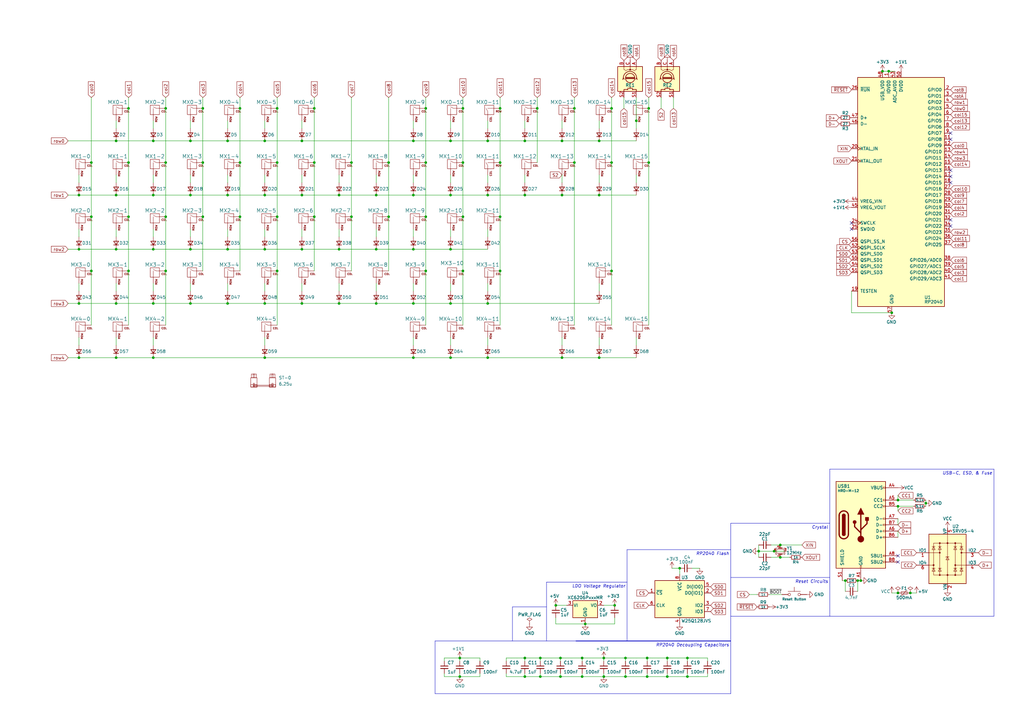
<source format=kicad_sch>
(kicad_sch (version 20230121) (generator eeschema)
  (paper "A3")
  (title_block (title "2040rmie") (rev "1.0"))
  (junction (at 235.585 44.45))
  (junction (at 250.825 44.45))
  (junction (at 52.705 66.675))
  (junction (at 281.94 277.495))
  (junction (at 128.905 66.675))
  (junction (at 78.105 124.46))
  (junction (at 154.305 80.01))
  (junction (at 67.945 88.9))
  (junction (at 229.87 277.495))
  (junction (at 346.71 238.125))
  (junction (at 78.105 80.01))
  (junction (at 78.105 102.235))
  (junction (at 62.865 124.46))
  (junction (at 230.505 146.685))
  (junction (at 215.265 269.875))
  (junction (at 368.3 207.645))
  (junction (at 123.825 124.46))
  (junction (at 32.385 80.01))
  (junction (at 52.705 88.9))
  (junction (at 123.825 102.235))
  (junction (at 93.345 102.235))
  (junction (at 205.105 88.9))
  (junction (at 200.025 146.685))
  (junction (at 353.06 238.125))
  (junction (at 189.865 88.9))
  (junction (at 215.265 57.785))
  (junction (at 52.705 44.45))
  (junction (at 250.825 111.125))
  (junction (at 174.625 88.9))
  (junction (at 252.095 248.285))
  (junction (at 245.745 57.785))
  (junction (at 361.95 29.21))
  (junction (at 108.585 80.01))
  (junction (at 62.865 57.785))
  (junction (at 67.945 44.45))
  (junction (at 52.705 111.125))
  (junction (at 159.385 88.9))
  (junction (at 365.76 128.27))
  (junction (at 247.65 277.495))
  (junction (at 93.345 80.01))
  (junction (at 245.745 80.01))
  (junction (at 139.065 102.235))
  (junction (at 281.94 269.875))
  (junction (at 37.465 111.125))
  (junction (at 83.185 66.675))
  (junction (at 230.505 57.785))
  (junction (at 240.03 255.905))
  (junction (at 32.385 146.685))
  (junction (at 189.865 44.45))
  (junction (at 230.505 80.01))
  (junction (at 144.145 66.675))
  (junction (at 32.385 124.46))
  (junction (at 47.625 57.785))
  (junction (at 62.865 102.235))
  (junction (at 128.905 44.45))
  (junction (at 93.345 57.785))
  (junction (at 273.685 277.495))
  (junction (at 169.545 102.235))
  (junction (at 78.105 57.785))
  (junction (at 238.76 277.495))
  (junction (at 278.765 233.045))
  (junction (at 320.04 223.52))
  (junction (at 47.625 80.01))
  (junction (at 247.65 269.875))
  (junction (at 47.625 102.235))
  (junction (at 174.625 111.125))
  (junction (at 351.79 238.125))
  (junction (at 238.76 269.875))
  (junction (at 227.965 248.285))
  (junction (at 98.425 88.9))
  (junction (at 184.785 80.01))
  (junction (at 205.105 111.125))
  (junction (at 188.595 277.495))
  (junction (at 113.665 88.9))
  (junction (at 98.425 66.675))
  (junction (at 108.585 102.235))
  (junction (at 93.345 124.46))
  (junction (at 373.38 243.205))
  (junction (at 108.585 146.685))
  (junction (at 368.3 205.105))
  (junction (at 184.785 124.46))
  (junction (at 47.625 124.46))
  (junction (at 250.825 66.675))
  (junction (at 189.865 111.125))
  (junction (at 184.785 57.785))
  (junction (at 169.545 124.46))
  (junction (at 368.3 243.205))
  (junction (at 205.105 66.675))
  (junction (at 188.595 269.875))
  (junction (at 215.265 80.01))
  (junction (at 62.865 80.01))
  (junction (at 37.465 66.675))
  (junction (at 169.545 80.01))
  (junction (at 184.785 146.685))
  (junction (at 83.185 88.9))
  (junction (at 154.305 124.46))
  (junction (at 266.065 66.675))
  (junction (at 169.545 57.785))
  (junction (at 159.385 66.675))
  (junction (at 139.065 124.46))
  (junction (at 83.185 44.45))
  (junction (at 256.54 277.495))
  (junction (at 98.425 44.45))
  (junction (at 311.15 226.06))
  (junction (at 221.615 277.495))
  (junction (at 215.265 277.495))
  (junction (at 189.865 66.675))
  (junction (at 108.585 124.46))
  (junction (at 229.87 269.875))
  (junction (at 67.945 111.125))
  (junction (at 139.065 80.01))
  (junction (at 273.685 269.875))
  (junction (at 169.545 146.685))
  (junction (at 123.825 57.785))
  (junction (at 113.665 66.675))
  (junction (at 265.43 269.875))
  (junction (at 379.73 206.375))
  (junction (at 256.54 269.875))
  (junction (at 37.465 88.9))
  (junction (at 174.625 44.45))
  (junction (at 32.385 102.235))
  (junction (at 235.585 66.675))
  (junction (at 320.04 228.6))
  (junction (at 123.825 80.01))
  (junction (at 174.625 66.675))
  (junction (at 128.905 88.9))
  (junction (at 317.5 226.06))
  (junction (at 47.625 146.685))
  (junction (at 364.49 29.21))
  (junction (at 265.43 277.495))
  (junction (at 200.025 124.46))
  (junction (at 154.305 102.235))
  (junction (at 67.945 66.675))
  (junction (at 205.105 44.45))
  (junction (at 62.865 146.685))
  (junction (at 113.665 111.125))
  (junction (at 200.025 57.785))
  (junction (at 260.985 49.53))
  (junction (at 245.745 146.685))
  (junction (at 200.025 80.01))
  (junction (at 266.065 44.45))
  (junction (at 221.615 269.875))
  (junction (at 144.145 88.9))
  (junction (at 184.785 102.235))
  (junction (at 113.665 44.45))
  (junction (at 220.345 44.45))
  (junction (at 108.585 57.785))
  (no_connect (at 389.89 74.93))
  (no_connect (at 389.89 92.71))
  (no_connect (at 389.89 69.85))
  (no_connect (at 368.3 230.505))
  (no_connect (at 389.89 54.61))
  (no_connect (at 349.25 91.44))
  (no_connect (at 349.25 93.98))
  (no_connect (at 389.89 57.15))
  (no_connect (at 368.3 227.965))
  (no_connect (at 389.89 72.39))
  (no_connect (at 389.89 90.17))
  (wire (pts (xy 123.825 80.01) (xy 139.065 80.01)))
  (wire (pts (xy 256.54 276.225) (xy 256.54 277.495)))
  (wire (pts (xy 245.745 146.685) (xy 260.985 146.685)))
  (wire (pts (xy 188.595 276.225) (xy 188.595 277.495)))
  (polyline (pts (xy 407.67 252.73) (xy 340.36 252.73)) (stroke (width 0) (type solid)))
  (wire (pts (xy 108.585 124.46) (xy 123.825 124.46)))
  (wire (pts (xy 169.545 138.43) (xy 169.545 141.605)))
  (wire (pts (xy 200.025 57.785) (xy 215.265 57.785)))
  (wire (pts (xy 189.865 66.675) (xy 189.865 88.9)))
  (wire (pts (xy 98.425 40.005) (xy 98.425 44.45)))
  (wire (pts (xy 62.865 102.235) (xy 78.105 102.235)))
  (wire (pts (xy 32.385 124.46) (xy 47.625 124.46)))
  (wire (pts (xy 215.265 49.53) (xy 215.265 52.705)))
  (wire (pts (xy 113.665 88.9) (xy 113.665 111.125)))
  (wire (pts (xy 67.945 66.675) (xy 67.945 88.9)))
  (wire (pts (xy 93.345 124.46) (xy 108.585 124.46)))
  (wire (pts (xy 27.94 102.235) (xy 32.385 102.235)))
  (wire (pts (xy 229.87 269.875) (xy 238.76 269.875)))
  (wire (pts (xy 250.825 40.005) (xy 250.825 44.45)))
  (wire (pts (xy 247.65 248.285) (xy 252.095 248.285)))
  (wire (pts (xy 184.785 80.01) (xy 200.025 80.01)))
  (wire (pts (xy 128.905 66.675) (xy 128.905 88.9)))
  (wire (pts (xy 139.065 71.755) (xy 139.065 74.93)))
  (wire (pts (xy 62.865 138.43) (xy 62.865 141.605)))
  (wire (pts (xy 346.71 238.125) (xy 346.71 242.57)))
  (polyline (pts (xy 340.36 192.405) (xy 407.67 192.405)) (stroke (width 0) (type solid)))
  (wire (pts (xy 93.345 49.53) (xy 93.345 52.705)))
  (wire (pts (xy 93.345 93.98) (xy 93.345 97.155)))
  (wire (pts (xy 281.94 269.875) (xy 281.94 271.145)))
  (wire (pts (xy 62.865 57.785) (xy 78.105 57.785)))
  (wire (pts (xy 123.825 102.235) (xy 139.065 102.235)))
  (wire (pts (xy 47.625 116.205) (xy 47.625 119.38)))
  (wire (pts (xy 247.65 277.495) (xy 256.54 277.495)))
  (wire (pts (xy 247.65 276.225) (xy 247.65 277.495)))
  (polyline (pts (xy 299.72 252.73) (xy 340.36 252.73)) (stroke (width 0) (type solid)))
  (wire (pts (xy 368.3 203.2) (xy 368.3 205.105)))
  (wire (pts (xy 169.545 49.53) (xy 169.545 52.705)))
  (polyline (pts (xy 210.185 248.92) (xy 210.185 262.89)) (stroke (width 0) (type solid)))
  (wire (pts (xy 108.585 93.98) (xy 108.585 97.155)))
  (wire (pts (xy 260.985 71.755) (xy 260.985 74.93)))
  (wire (pts (xy 184.785 124.46) (xy 200.025 124.46)))
  (wire (pts (xy 311.15 228.6) (xy 311.15 226.06)))
  (wire (pts (xy 78.105 57.785) (xy 93.345 57.785)))
  (wire (pts (xy 316.23 223.52) (xy 320.04 223.52)))
  (wire (pts (xy 123.825 57.785) (xy 169.545 57.785)))
  (wire (pts (xy 78.105 102.235) (xy 93.345 102.235)))
  (wire (pts (xy 240.03 255.905) (xy 227.965 255.905)))
  (wire (pts (xy 273.685 269.875) (xy 281.94 269.875)))
  (wire (pts (xy 52.705 66.675) (xy 52.705 88.9)))
  (wire (pts (xy 154.305 80.01) (xy 169.545 80.01)))
  (wire (pts (xy 281.94 277.495) (xy 290.195 277.495)))
  (wire (pts (xy 52.705 44.45) (xy 52.705 66.675)))
  (wire (pts (xy 200.025 49.53) (xy 200.025 52.705)))
  (wire (pts (xy 311.15 226.06) (xy 317.5 226.06)))
  (wire (pts (xy 98.425 66.675) (xy 98.425 88.9)))
  (wire (pts (xy 230.505 138.43) (xy 230.505 141.605)))
  (wire (pts (xy 227.965 255.905) (xy 227.965 253.365)))
  (wire (pts (xy 235.585 44.45) (xy 235.585 66.675)))
  (wire (pts (xy 159.385 88.9) (xy 159.385 111.125)))
  (wire (pts (xy 260.985 138.43) (xy 260.985 141.605)))
  (wire (pts (xy 245.745 71.755) (xy 245.745 74.93)))
  (wire (pts (xy 78.105 71.755) (xy 78.105 74.93)))
  (wire (pts (xy 184.785 57.785) (xy 200.025 57.785)))
  (wire (pts (xy 207.645 277.495) (xy 215.265 277.495)))
  (wire (pts (xy 98.425 44.45) (xy 98.425 66.675)))
  (polyline (pts (xy 178.435 284.48) (xy 299.72 284.48)) (stroke (width 0) (type solid)))
  (wire (pts (xy 215.265 57.785) (xy 230.505 57.785)))
  (wire (pts (xy 159.385 40.005) (xy 159.385 66.675)))
  (wire (pts (xy 144.145 40.005) (xy 144.145 66.675)))
  (wire (pts (xy 230.505 71.755) (xy 230.505 74.93)))
  (wire (pts (xy 159.385 66.675) (xy 159.385 88.9)))
  (wire (pts (xy 52.705 40.005) (xy 52.705 44.45)))
  (wire (pts (xy 93.345 116.205) (xy 93.345 119.38)))
  (polyline (pts (xy 299.72 225.425) (xy 257.175 225.425)) (stroke (width 0) (type solid)))
  (wire (pts (xy 278.765 235.585) (xy 278.765 233.045)))
  (polyline (pts (xy 299.72 236.855) (xy 340.36 236.855)) (stroke (width 0) (type solid)))
  (wire (pts (xy 200.025 71.755) (xy 200.025 74.93)))
  (wire (pts (xy 220.345 40.005) (xy 220.345 44.45)))
  (wire (pts (xy 266.065 44.45) (xy 266.065 66.675)))
  (wire (pts (xy 189.865 111.125) (xy 189.865 133.35)))
  (wire (pts (xy 123.825 71.755) (xy 123.825 74.93)))
  (wire (pts (xy 240.03 255.905) (xy 252.095 255.905)))
  (wire (pts (xy 174.625 111.125) (xy 174.625 133.35)))
  (polyline (pts (xy 178.435 262.89) (xy 299.72 262.89)) (stroke (width 0) (type solid)))
  (polyline (pts (xy 299.72 262.89) (xy 299.72 284.48)) (stroke (width 0) (type solid)))
  (wire (pts (xy 108.585 102.235) (xy 123.825 102.235)))
  (wire (pts (xy 47.625 49.53) (xy 47.625 52.705)))
  (wire (pts (xy 32.385 116.205) (xy 32.385 119.38)))
  (wire (pts (xy 215.265 277.495) (xy 221.615 277.495)))
  (wire (pts (xy 290.195 269.875) (xy 290.195 271.145)))
  (wire (pts (xy 108.585 49.53) (xy 108.585 52.705)))
  (wire (pts (xy 311.15 226.06) (xy 311.15 223.52)))
  (polyline (pts (xy 407.67 192.405) (xy 407.67 252.73)) (stroke (width 0) (type solid)))
  (wire (pts (xy 93.345 80.01) (xy 108.585 80.01)))
  (wire (pts (xy 184.785 93.98) (xy 184.785 97.155)))
  (wire (pts (xy 207.645 271.145) (xy 207.645 269.875)))
  (wire (pts (xy 32.385 102.235) (xy 47.625 102.235)))
  (polyline (pts (xy 224.155 238.76) (xy 257.175 238.76)) (stroke (width 0) (type solid)))
  (wire (pts (xy 351.79 238.125) (xy 351.79 242.57)))
  (wire (pts (xy 188.595 269.875) (xy 196.85 269.875)))
  (wire (pts (xy 229.87 277.495) (xy 238.76 277.495)))
  (wire (pts (xy 283.845 233.045) (xy 287.02 233.045)))
  (wire (pts (xy 98.425 88.9) (xy 98.425 111.125)))
  (wire (pts (xy 316.23 228.6) (xy 320.04 228.6)))
  (wire (pts (xy 215.265 276.225) (xy 215.265 277.495)))
  (wire (pts (xy 47.625 124.46) (xy 62.865 124.46)))
  (wire (pts (xy 113.665 111.125) (xy 113.665 133.35)))
  (wire (pts (xy 265.43 276.225) (xy 265.43 277.495)))
  (wire (pts (xy 256.54 269.875) (xy 256.54 271.145)))
  (wire (pts (xy 139.065 102.235) (xy 154.305 102.235)))
  (wire (pts (xy 252.095 255.905) (xy 252.095 253.365)))
  (wire (pts (xy 250.825 111.125) (xy 250.825 133.35)))
  (wire (pts (xy 32.385 71.755) (xy 32.385 74.93)))
  (polyline (pts (xy 224.155 248.92) (xy 210.185 248.92)) (stroke (width 0) (type solid)))
  (wire (pts (xy 52.705 111.125) (xy 52.705 133.35)))
  (wire (pts (xy 174.625 88.9) (xy 174.625 111.125)))
  (wire (pts (xy 123.825 116.205) (xy 123.825 119.38)))
  (wire (pts (xy 128.905 88.9) (xy 128.905 111.125)))
  (wire (pts (xy 78.105 124.46) (xy 93.345 124.46)))
  (wire (pts (xy 205.105 111.125) (xy 205.105 133.35)))
  (wire (pts (xy 238.76 269.875) (xy 238.76 271.145)))
  (wire (pts (xy 205.105 66.675) (xy 205.105 88.9)))
  (wire (pts (xy 207.645 276.225) (xy 207.645 277.495)))
  (wire (pts (xy 93.345 102.235) (xy 108.585 102.235)))
  (wire (pts (xy 47.625 146.685) (xy 62.865 146.685)))
  (wire (pts (xy 78.105 93.98) (xy 78.105 97.155)))
  (wire (pts (xy 205.105 44.45) (xy 205.105 66.675)))
  (wire (pts (xy 108.585 138.43) (xy 108.585 141.605)))
  (wire (pts (xy 368.3 217.805) (xy 368.3 220.345)))
  (wire (pts (xy 290.195 277.495) (xy 290.195 276.225)))
  (wire (pts (xy 169.545 102.235) (xy 184.785 102.235)))
  (wire (pts (xy 266.065 40.005) (xy 266.065 44.45)))
  (wire (pts (xy 245.745 49.53) (xy 245.745 52.705)))
  (wire (pts (xy 184.785 71.755) (xy 184.785 74.93)))
  (wire (pts (xy 184.785 146.685) (xy 200.025 146.685)))
  (wire (pts (xy 47.625 93.98) (xy 47.625 97.155)))
  (wire (pts (xy 67.945 88.9) (xy 67.945 111.125)))
  (wire (pts (xy 174.625 40.005) (xy 174.625 44.45)))
  (wire (pts (xy 260.985 40.005) (xy 260.985 49.53)))
  (wire (pts (xy 230.505 80.01) (xy 245.745 80.01)))
  (wire (pts (xy 200.025 146.685) (xy 230.505 146.685)))
  (wire (pts (xy 188.595 277.495) (xy 182.245 277.495)))
  (wire (pts (xy 379.73 206.375) (xy 379.73 207.645)))
  (wire (pts (xy 139.065 93.98) (xy 139.065 97.155)))
  (wire (pts (xy 221.615 277.495) (xy 229.87 277.495)))
  (wire (pts (xy 230.505 57.785) (xy 245.745 57.785)))
  (wire (pts (xy 221.615 276.225) (xy 221.615 277.495)))
  (wire (pts (xy 368.3 212.725) (xy 368.3 215.265)))
  (wire (pts (xy 93.345 71.755) (xy 93.345 74.93)))
  (wire (pts (xy 238.76 269.875) (xy 247.65 269.875)))
  (wire (pts (xy 247.65 269.875) (xy 256.54 269.875)))
  (wire (pts (xy 245.745 80.01) (xy 260.985 80.01)))
  (wire (pts (xy 144.145 66.675) (xy 144.145 88.9)))
  (wire (pts (xy 215.265 269.875) (xy 215.265 271.145)))
  (wire (pts (xy 154.305 124.46) (xy 169.545 124.46)))
  (wire (pts (xy 139.065 80.01) (xy 154.305 80.01)))
  (wire (pts (xy 184.785 138.43) (xy 184.785 141.605)))
  (wire (pts (xy 227.965 248.285) (xy 232.41 248.285)))
  (wire (pts (xy 47.625 71.755) (xy 47.625 74.93)))
  (wire (pts (xy 235.585 40.005) (xy 235.585 44.45)))
  (wire (pts (xy 32.385 80.01) (xy 47.625 80.01)))
  (wire (pts (xy 200.025 116.205) (xy 200.025 119.38)))
  (wire (pts (xy 113.665 66.675) (xy 113.665 88.9)))
  (wire (pts (xy 247.65 269.875) (xy 247.65 271.145)))
  (wire (pts (xy 229.87 276.225) (xy 229.87 277.495)))
  (wire (pts (xy 255.905 40.005) (xy 255.905 44.45)))
  (wire (pts (xy 32.385 138.43) (xy 32.385 141.605)))
  (wire (pts (xy 174.625 44.45) (xy 174.625 66.675)))
  (wire (pts (xy 27.94 146.685) (xy 32.385 146.685)))
  (wire (pts (xy 196.85 269.875) (xy 196.85 271.145)))
  (wire (pts (xy 83.185 44.45) (xy 83.185 66.675)))
  (wire (pts (xy 256.54 277.495) (xy 265.43 277.495)))
  (wire (pts (xy 27.94 80.01) (xy 32.385 80.01)))
  (wire (pts (xy 215.265 71.755) (xy 215.265 74.93)))
  (wire (pts (xy 275.59 233.045) (xy 278.765 233.045)))
  (wire (pts (xy 113.665 40.005) (xy 113.665 44.45)))
  (wire (pts (xy 169.545 57.785) (xy 184.785 57.785)))
  (wire (pts (xy 83.185 88.9) (xy 83.185 111.125)))
  (polyline (pts (xy 340.36 192.405) (xy 340.36 252.73)) (stroke (width 0) (type solid)))
  (wire (pts (xy 47.625 57.785) (xy 62.865 57.785)))
  (wire (pts (xy 189.865 44.45) (xy 189.865 66.675)))
  (wire (pts (xy 215.265 80.01) (xy 230.505 80.01)))
  (wire (pts (xy 108.585 71.755) (xy 108.585 74.93)))
  (wire (pts (xy 27.94 57.785) (xy 47.625 57.785)))
  (wire (pts (xy 320.675 243.84) (xy 315.595 243.84)))
  (wire (pts (xy 144.145 88.9) (xy 144.145 111.125)))
  (wire (pts (xy 220.345 44.45) (xy 220.345 66.675)))
  (polyline (pts (xy 224.155 238.76) (xy 224.155 262.89)) (stroke (width 0) (type solid)))
  (wire (pts (xy 123.825 93.98) (xy 123.825 97.155)))
  (wire (pts (xy 273.685 277.495) (xy 273.685 276.225)))
  (wire (pts (xy 182.245 277.495) (xy 182.245 276.225)))
  (wire (pts (xy 169.545 146.685) (xy 184.785 146.685)))
  (wire (pts (xy 361.95 29.21) (xy 364.49 29.21)))
  (polyline (pts (xy 257.175 225.425) (xy 257.175 262.89)) (stroke (width 0) (type solid)))
  (wire (pts (xy 235.585 66.675) (xy 235.585 133.35)))
  (wire (pts (xy 67.945 44.45) (xy 67.945 66.675)))
  (wire (pts (xy 182.245 269.875) (xy 188.595 269.875)))
  (wire (pts (xy 196.85 277.495) (xy 196.85 276.225)))
  (wire (pts (xy 37.465 111.125) (xy 37.465 133.35)))
  (wire (pts (xy 205.105 88.9) (xy 205.105 111.125)))
  (wire (pts (xy 230.505 146.685) (xy 245.745 146.685)))
  (polyline (pts (xy 178.435 284.48) (xy 178.435 262.89)) (stroke (width 0) (type solid)))
  (wire (pts (xy 37.465 66.675) (xy 37.465 88.9)))
  (wire (pts (xy 62.865 146.685) (xy 108.585 146.685)))
  (polyline (pts (xy 299.72 214.63) (xy 340.36 214.63)) (stroke (width 0) (type solid)))
  (wire (pts (xy 265.43 269.875) (xy 265.43 271.145)))
  (wire (pts (xy 108.585 116.205) (xy 108.585 119.38)))
  (wire (pts (xy 52.705 88.9) (xy 52.705 111.125)))
  (wire (pts (xy 260.985 49.53) (xy 260.985 52.705)))
  (wire (pts (xy 221.615 269.875) (xy 221.615 271.145)))
  (wire (pts (xy 200.025 80.01) (xy 215.265 80.01)))
  (wire (pts (xy 238.76 277.495) (xy 247.65 277.495)))
  (wire (pts (xy 32.385 146.685) (xy 47.625 146.685)))
  (wire (pts (xy 266.065 66.675) (xy 266.065 133.35)))
  (wire (pts (xy 368.3 207.645) (xy 374.65 207.645)))
  (wire (pts (xy 169.545 80.01) (xy 184.785 80.01)))
  (wire (pts (xy 47.625 138.43) (xy 47.625 141.605)))
  (wire (pts (xy 250.825 44.45) (xy 250.825 66.675)))
  (wire (pts (xy 230.505 49.53) (xy 230.505 52.705)))
  (polyline (pts (xy 299.72 225.425) (xy 299.72 214.63)) (stroke (width 0) (type solid)))
  (polyline (pts (xy 299.72 225.425) (xy 299.72 262.89)) (stroke (width 0) (type solid)))
  (wire (pts (xy 37.465 88.9) (xy 37.465 111.125)))
  (wire (pts (xy 320.04 223.52) (xy 328.93 223.52)))
  (wire (pts (xy 368.3 205.105) (xy 374.65 205.105)))
  (wire (pts (xy 307.34 243.84) (xy 310.515 243.84)))
  (wire (pts (xy 349.25 128.27) (xy 365.76 128.27)))
  (wire (pts (xy 256.54 269.875) (xy 265.43 269.875)))
  (wire (pts (xy 189.865 40.005) (xy 189.865 44.45)))
  (wire (pts (xy 78.105 80.01) (xy 93.345 80.01)))
  (wire (pts (xy 273.685 277.495) (xy 281.94 277.495)))
  (wire (pts (xy 276.225 40.005) (xy 276.225 44.45)))
  (wire (pts (xy 281.94 277.495) (xy 281.94 276.225)))
  (wire (pts (xy 78.105 116.205) (xy 78.105 119.38)))
  (wire (pts (xy 139.065 116.205) (xy 139.065 119.38)))
  (wire (pts (xy 123.825 49.53) (xy 123.825 52.705)))
  (wire (pts (xy 154.305 116.205) (xy 154.305 119.38)))
  (wire (pts (xy 200.025 124.46) (xy 245.745 124.46)))
  (wire (pts (xy 200.025 138.43) (xy 200.025 141.605)))
  (wire (pts (xy 47.625 102.235) (xy 62.865 102.235)))
  (wire (pts (xy 62.865 80.01) (xy 78.105 80.01)))
  (wire (pts (xy 62.865 124.46) (xy 78.105 124.46)))
  (wire (pts (xy 108.585 146.685) (xy 169.545 146.685)))
  (wire (pts (xy 349.25 119.38) (xy 349.25 128.27)))
  (wire (pts (xy 250.825 66.675) (xy 250.825 111.125)))
  (wire (pts (xy 37.465 40.005) (xy 37.465 66.675)))
  (wire (pts (xy 207.645 269.875) (xy 215.265 269.875)))
  (wire (pts (xy 273.685 269.875) (xy 273.685 271.145)))
  (wire (pts (xy 113.665 44.45) (xy 113.665 66.675)))
  (wire (pts (xy 62.865 93.98) (xy 62.865 97.155)))
  (wire (pts (xy 154.305 71.755) (xy 154.305 74.93)))
  (wire (pts (xy 200.025 93.98) (xy 200.025 97.155)))
  (wire (pts (xy 205.105 40.005) (xy 205.105 44.45)))
  (wire (pts (xy 78.105 49.53) (xy 78.105 52.705)))
  (wire (pts (xy 169.545 93.98) (xy 169.545 97.155)))
  (wire (pts (xy 67.945 111.125) (xy 67.945 133.35)))
  (wire (pts (xy 174.625 66.675) (xy 174.625 88.9)))
  (wire (pts (xy 108.585 57.785) (xy 123.825 57.785)))
  (wire (pts (xy 32.385 93.98) (xy 32.385 97.155)))
  (wire (pts (xy 320.04 228.6) (xy 323.85 228.6)))
  (wire (pts (xy 67.945 40.005) (xy 67.945 44.45)))
  (wire (pts (xy 139.065 124.46) (xy 154.305 124.46)))
  (wire (pts (xy 184.785 116.205) (xy 184.785 119.38)))
  (wire (pts (xy 317.5 226.06) (xy 322.58 226.06)))
  (wire (pts (xy 221.615 269.875) (xy 229.87 269.875)))
  (wire (pts (xy 27.94 124.46) (xy 32.385 124.46)))
  (wire (pts (xy 62.865 49.53) (xy 62.865 52.705)))
  (wire (pts (xy 365.76 243.205) (xy 368.3 243.205)))
  (wire (pts (xy 62.865 71.755) (xy 62.865 74.93)))
  (wire (pts (xy 238.76 276.225) (xy 238.76 277.495)))
  (wire (pts (xy 265.43 277.495) (xy 273.685 277.495)))
  (wire (pts (xy 169.545 116.205) (xy 169.545 119.38)))
  (wire (pts (xy 245.745 57.785) (xy 260.985 57.785)))
  (wire (pts (xy 189.865 88.9) (xy 189.865 111.125)))
  (wire (pts (xy 182.245 271.145) (xy 182.245 269.875)))
  (wire (pts (xy 188.595 269.875) (xy 188.595 271.145)))
  (wire (pts (xy 215.265 269.875) (xy 221.615 269.875)))
  (wire (pts (xy 364.49 29.21) (xy 367.03 29.21)))
  (polyline (pts (xy 236.22 262.89) (xy 278.765 262.89)))
  (wire (pts (xy 351.79 238.125) (xy 353.06 238.125)))
  (wire (pts (xy 123.825 124.46) (xy 139.065 124.46)))
  (polyline (pts (xy 278.765 262.89) (xy 299.72 262.89)) (stroke (width 0) (type solid)))
  (wire (pts (xy 62.865 116.205) (xy 62.865 119.38)))
  (wire (pts (xy 154.305 93.98) (xy 154.305 97.155)))
  (wire (pts (xy 368.3 207.645) (xy 368.3 209.55)))
  (wire (pts (xy 281.94 269.875) (xy 290.195 269.875)))
  (wire (pts (xy 83.185 40.005) (xy 83.185 44.45)))
  (wire (pts (xy 184.785 102.235) (xy 200.025 102.235)))
  (wire (pts (xy 245.745 138.43) (xy 245.745 141.605)))
  (polyline (pts (xy 236.22 262.89) (xy 278.765 262.89)) (stroke (width 0) (type solid)))
  (wire (pts (xy 345.44 238.125) (xy 346.71 238.125)))
  (wire (pts (xy 188.595 277.495) (xy 196.85 277.495)))
  (wire (pts (xy 169.545 124.46) (xy 184.785 124.46)))
  (wire (pts (xy 154.305 102.235) (xy 169.545 102.235)))
  (wire (pts (xy 229.87 269.875) (xy 229.87 271.145)))
  (wire (pts (xy 271.145 40.005) (xy 271.145 44.45)))
  (wire (pts (xy 128.905 44.45) (xy 128.905 66.675)))
  (wire (pts (xy 108.585 80.01) (xy 123.825 80.01)))
  (polyline (pts (xy 278.765 262.89) (xy 299.72 262.89)))
  (wire (pts (xy 184.785 49.53) (xy 184.785 52.705)))
  (wire (pts (xy 47.625 80.01) (xy 62.865 80.01)))
  (wire (pts (xy 265.43 269.875) (xy 273.685 269.875)))
  (wire (pts (xy 169.545 71.755) (xy 169.545 74.93)))
  (wire (pts (xy 128.905 40.005) (xy 128.905 44.45)))
  (wire (pts (xy 83.185 66.675) (xy 83.185 88.9)))
  (wire (pts (xy 245.745 116.205) (xy 245.745 119.38)))
  (wire (pts (xy 373.38 243.205) (xy 375.92 243.205)))
  (wire (pts (xy 379.73 205.105) (xy 379.73 206.375)))
  (wire (pts (xy 93.345 57.785) (xy 108.585 57.785)))
  (text "LDO Voltage Regulator" (at 256.54 241.3 0) (effects (font (size 1.27 1.27) italic) (justify right bottom)))
  (text "RP2040 Decoupling Capacitors" (at 299.085 265.43 0) (effects (font (size 1.27 1.27) italic) (justify right bottom)))
  (text "Crystal" (at 339.725 217.17 0) (effects (font (size 1.27 1.27) italic) (justify right bottom)))
  (text "RP2040 Flash" (at 299.085 227.965 0) (effects (font (size 1.27 1.27) italic) (justify right bottom)))
  (text "USB-C, ESD, & Fuse" (at 407.035 194.945 0) (effects (font (size 1.27 1.27) italic) (justify right bottom)))
  (text "Reset Circuits" (at 339.725 239.395 0) (effects (font (size 1.27 1.27) italic) (justify right bottom)))
  (label "~{BOOT}" (at 315.595 243.84 0))
  (global_label "col1" (shape input) (at 389.89 114.3 0) (property "Intersheetrefs" "${INTERSHEET_REFS}" (effects hide)))
  (global_label "row2" (shape input) (at 389.89 95.25 0) (property "Intersheetrefs" "${INTERSHEET_REFS}" (effects hide)))
  (global_label "col13" (shape input) (at 389.89 49.53 0) (property "Intersheetrefs" "${INTERSHEET_REFS}" (effects hide)))
  (global_label "SD1" (shape input) (at 349.25 106.68 180) (property "Intersheetrefs" "${INTERSHEET_REFS}" (effects hide)))
  (global_label "CS" (shape input) (at 266.065 243.205 180) (property "Intersheetrefs" "${INTERSHEET_REFS}" (effects hide)))
  (global_label "rotA" (shape input) (at 260.985 24.765 90) (property "Intersheetrefs" "${INTERSHEET_REFS}" (effects hide)))
  (global_label "row4" (shape input) (at 27.94 146.685 180) (property "Intersheetrefs" "${INTERSHEET_REFS}" (effects hide)))
  (global_label "row2" (shape input) (at 27.94 102.235 180) (property "Intersheetrefs" "${INTERSHEET_REFS}" (effects hide)))
  (global_label "col14" (shape input) (at 250.825 40.005 90) (property "Intersheetrefs" "${INTERSHEET_REFS}" (effects hide)))
  (global_label "D+" (shape input) (at 368.3 217.805 0) (property "Intersheetrefs" "${INTERSHEET_REFS}" (effects hide)))
  (global_label "rotA" (shape input) (at 276.225 24.765 90) (property "Intersheetrefs" "${INTERSHEET_REFS}" (effects hide)))
  (global_label "CC2" (shape input) (at 375.92 231.775 180) (property "Intersheetrefs" "${INTERSHEET_REFS}" (effects hide)))
  (global_label "col15" (shape input) (at 255.905 44.45 270) (property "Intersheetrefs" "${INTERSHEET_REFS}" (effects hide)))
  (global_label "S2" (shape input) (at 230.505 71.755 180) (property "Intersheetrefs" "${INTERSHEET_REFS}" (effects hide)))
  (global_label "D-" (shape input) (at 368.3 215.265 0) (property "Intersheetrefs" "${INTERSHEET_REFS}" (effects hide)))
  (global_label "col15" (shape input) (at 266.065 40.005 90) (property "Intersheetrefs" "${INTERSHEET_REFS}" (effects hide)))
  (global_label "CC1" (shape input) (at 375.92 226.695 180) (property "Intersheetrefs" "${INTERSHEET_REFS}" (effects hide)))
  (global_label "col0" (shape input) (at 389.89 59.69 0) (property "Intersheetrefs" "${INTERSHEET_REFS}" (effects hide)))
  (global_label "col5" (shape input) (at 113.665 40.005 90) (property "Intersheetrefs" "${INTERSHEET_REFS}" (effects hide)))
  (global_label "SD3" (shape input) (at 291.465 250.825 0) (property "Intersheetrefs" "${INTERSHEET_REFS}" (effects hide)))
  (global_label "col14" (shape input) (at 389.89 67.31 0) (property "Intersheetrefs" "${INTERSHEET_REFS}" (effects hide)))
  (global_label "row0" (shape input) (at 27.94 57.785 180) (property "Intersheetrefs" "${INTERSHEET_REFS}" (effects hide)))
  (global_label "row1" (shape input) (at 27.94 80.01 180) (property "Intersheetrefs" "${INTERSHEET_REFS}" (effects hide)))
  (global_label "col10" (shape input) (at 389.89 77.47 0) (property "Intersheetrefs" "${INTERSHEET_REFS}" (effects hide)))
  (global_label "col12" (shape input) (at 220.345 40.005 90) (property "Intersheetrefs" "${INTERSHEET_REFS}" (effects hide)))
  (global_label "row0" (shape input) (at 389.89 44.45 0) (property "Intersheetrefs" "${INTERSHEET_REFS}" (effects hide)))
  (global_label "row3" (shape input) (at 27.94 124.46 180) (property "Intersheetrefs" "${INTERSHEET_REFS}" (effects hide)))
  (global_label "SD1" (shape input) (at 291.465 243.205 0) (property "Intersheetrefs" "${INTERSHEET_REFS}" (effects hide)))
  (global_label "col11" (shape input) (at 389.89 97.79 0) (property "Intersheetrefs" "${INTERSHEET_REFS}" (effects hide)))
  (global_label "col8" (shape input) (at 159.385 40.005 90) (property "Intersheetrefs" "${INTERSHEET_REFS}" (effects hide)))
  (global_label "row3" (shape input) (at 389.89 64.77 0) (property "Intersheetrefs" "${INTERSHEET_REFS}" (effects hide)))
  (global_label "col2" (shape input) (at 67.945 40.005 90) (property "Intersheetrefs" "${INTERSHEET_REFS}" (effects hide)))
  (global_label "row1" (shape input) (at 389.89 41.91 0) (property "Intersheetrefs" "${INTERSHEET_REFS}" (effects hide)))
  (global_label "CC1" (shape input) (at 368.3 203.2 0) (property "Intersheetrefs" "${INTERSHEET_REFS}" (effects hide)))
  (global_label "D+" (shape input) (at 344.17 48.26 180) (property "Intersheetrefs" "${INTERSHEET_REFS}" (effects hide)))
  (global_label "SD0" (shape input) (at 291.465 240.665 0) (property "Intersheetrefs" "${INTERSHEET_REFS}" (effects hide)))
  (global_label "col4" (shape input) (at 389.89 85.09 0) (property "Intersheetrefs" "${INTERSHEET_REFS}" (effects hide)))
  (global_label "CS" (shape input) (at 349.25 99.06 180) (property "Intersheetrefs" "${INTERSHEET_REFS}" (effects hide)))
  (global_label "CC2" (shape input) (at 368.3 209.55 0) (property "Intersheetrefs" "${INTERSHEET_REFS}" (effects hide)))
  (global_label "row4" (shape input) (at 389.89 62.23 0) (property "Intersheetrefs" "${INTERSHEET_REFS}" (effects hide)))
  (global_label "XOUT" (shape input) (at 328.93 228.6 0) (property "Intersheetrefs" "${INTERSHEET_REFS}" (effects hide)))
  (global_label "col1" (shape input) (at 52.705 40.005 90) (property "Intersheetrefs" "${INTERSHEET_REFS}" (effects hide)))
  (global_label "col6" (shape input) (at 128.905 40.005 90) (property "Intersheetrefs" "${INTERSHEET_REFS}" (effects hide)))
  (global_label "col8" (shape input) (at 389.89 100.33 0) (property "Intersheetrefs" "${INTERSHEET_REFS}" (effects hide)))
  (global_label "D+" (shape input) (at 401.32 231.775 0) (property "Intersheetrefs" "${INTERSHEET_REFS}" (effects hide)))
  (global_label "rotB" (shape input) (at 271.145 24.765 90) (property "Intersheetrefs" "${INTERSHEET_REFS}" (effects hide)))
  (global_label "D-" (shape input) (at 401.32 226.695 0) (property "Intersheetrefs" "${INTERSHEET_REFS}" (effects hide)))
  (global_label "rotB" (shape input) (at 255.905 24.765 90) (property "Intersheetrefs" "${INTERSHEET_REFS}" (effects hide)))
  (global_label "col13" (shape input) (at 235.585 40.005 90) (property "Intersheetrefs" "${INTERSHEET_REFS}" (effects hide)))
  (global_label "col9" (shape input) (at 174.625 40.005 90) (property "Intersheetrefs" "${INTERSHEET_REFS}" (effects hide)))
  (global_label "D-" (shape input) (at 344.17 50.8 180) (property "Intersheetrefs" "${INTERSHEET_REFS}" (effects hide)))
  (global_label "col10" (shape input) (at 189.865 40.005 90) (property "Intersheetrefs" "${INTERSHEET_REFS}" (effects hide)))
  (global_label "CLK" (shape input) (at 266.065 248.285 180) (property "Intersheetrefs" "${INTERSHEET_REFS}" (effects hide)))
  (global_label "col15" (shape input) (at 389.89 46.99 0) (property "Intersheetrefs" "${INTERSHEET_REFS}" (effects hide)))
  (global_label "XOUT" (shape input) (at 349.25 66.04 180) (property "Intersheetrefs" "${INTERSHEET_REFS}" (effects hide)))
  (global_label "col4" (shape input) (at 98.425 40.005 90) (property "Intersheetrefs" "${INTERSHEET_REFS}" (effects hide)))
  (global_label "CLK" (shape input) (at 349.25 101.6 180) (property "Intersheetrefs" "${INTERSHEET_REFS}" (effects hide)))
  (global_label "col9" (shape input) (at 389.89 80.01 0) (property "Intersheetrefs" "${INTERSHEET_REFS}" (effects hide)))
  (global_label "col3" (shape input) (at 83.185 40.005 90) (property "Intersheetrefs" "${INTERSHEET_REFS}" (effects hide)))
  (global_label "SD2" (shape input) (at 349.25 109.22 180) (property "Intersheetrefs" "${INTERSHEET_REFS}" (effects hide)))
  (global_label "SD2" (shape input) (at 291.465 248.285 0) (property "Intersheetrefs" "${INTERSHEET_REFS}" (effects hide)))
  (global_label "XIN" (shape input) (at 328.93 223.52 0) (property "Intersheetrefs" "${INTERSHEET_REFS}" (effects hide)))
  (global_label "col7" (shape input) (at 144.145 40.005 90) (property "Intersheetrefs" "${INTERSHEET_REFS}" (effects hide)))
  (global_label "col6" (shape input) (at 389.89 106.68 0) (property "Intersheetrefs" "${INTERSHEET_REFS}" (effects hide)))
  (global_label "S2" (shape input) (at 271.145 44.45 270) (property "Intersheetrefs" "${INTERSHEET_REFS}" (effects hide)))
  (global_label "col13" (shape input) (at 276.225 44.45 270) (property "Intersheetrefs" "${INTERSHEET_REFS}" (effects hide)))
  (global_label "col12" (shape input) (at 389.89 52.07 0) (property "Intersheetrefs" "${INTERSHEET_REFS}" (effects hide)))
  (global_label "col11" (shape input) (at 205.105 40.005 90) (property "Intersheetrefs" "${INTERSHEET_REFS}" (effects hide)))
  (global_label "rotA" (shape input) (at 389.89 39.37 0) (property "Intersheetrefs" "${INTERSHEET_REFS}" (effects hide)))
  (global_label "SD0" (shape input) (at 349.25 104.14 180) (property "Intersheetrefs" "${INTERSHEET_REFS}" (effects hide)))
  (global_label "col3" (shape input) (at 389.89 111.76 0) (property "Intersheetrefs" "${INTERSHEET_REFS}" (effects hide)))
  (global_label "rotB" (shape input) (at 389.89 36.83 0) (property "Intersheetrefs" "${INTERSHEET_REFS}" (effects hide)))
  (global_label "SD3" (shape input) (at 349.25 111.76 180) (property "Intersheetrefs" "${INTERSHEET_REFS}" (effects hide)))
  (global_label "col7" (shape input) (at 389.89 82.55 0) (property "Intersheetrefs" "${INTERSHEET_REFS}" (effects hide)))
  (global_label "col0" (shape input) (at 37.465 40.005 90) (property "Intersheetrefs" "${INTERSHEET_REFS}" (effects hide)))
  (global_label "CS" (shape input) (at 307.34 243.84 180) (property "Intersheetrefs" "${INTERSHEET_REFS}" (effects hide)))
  (global_label "~{RESET}" (shape input) (at 310.515 248.92 180) (property "Intersheetrefs" "${INTERSHEET_REFS}" (effects hide)))
  (global_label "col2" (shape input) (at 389.89 87.63 0) (property "Intersheetrefs" "${INTERSHEET_REFS}" (effects hide)))
  (global_label "XIN" (shape input) (at 349.25 60.96 180) (property "Intersheetrefs" "${INTERSHEET_REFS}" (effects hide)))
  (global_label "col5" (shape input) (at 389.89 109.22 0) (property "Intersheetrefs" "${INTERSHEET_REFS}" (effects hide)))
  (global_label "~{RESET}" (shape input) (at 349.25 36.83 180) (property "Intersheetrefs" "${INTERSHEET_REFS}" (effects hide)))
  (symbol (lib_id "MX_Alps_Hybrid:MX-NoLED") (at 79.375 112.395 0) (unit 1) (in_bom no)
    (property "Reference" "MX3-3" (at 78.74 108.585 0) (effects (font (size 1.524 1.524))))
    (property "Value" "MX-NoLED" (effects hide))
    (property "Footprint" "Valve:SW_MX_1u" (effects hide))
  )
  (symbol (lib_id "power:GND") (at 240.03 255.905 0) (unit 1)
    (property "Reference" "#PWR019" (effects hide))
    (property "Value" "GND" (at 240.03 259.715 0))
  )
  (symbol (lib_id "MX_Alps_Hybrid:MX-NoLED") (at 94.615 67.945 0) (unit 1) (in_bom no)
    (property "Reference" "MX1-4" (at 93.98 64.135 0) (effects (font (size 1.524 1.524))))
    (property "Value" "MX-NoLED" (effects hide))
    (property "Footprint" "Valve:SW_MX_1u" (effects hide))
  )
  (symbol (lib_id "MX_Alps_Hybrid:MX-NoLED") (at 109.855 134.62 0) (unit 1) (in_bom no)
    (property "Reference" "MX4-5" (at 109.22 130.81 0) (effects (font (size 1.524 1.524))))
    (property "Value" "MX-NoLED" (effects hide))
    (property "Footprint" "Valve:SW_MX_1u" (effects hide))
  )
  (symbol (lib_id "Device:D_Small") (at 62.865 77.47 90) (unit 1)
    (property "Reference" "D17" (at 64.135 77.47 90) (effects (justify right)))
    (property "Value" "D_Small" (effects hide))
    (property "Footprint" "Diode_SMD:D_SOD-123" (effects hide))
  )
  (symbol (lib_id "MX_Alps_Hybrid:MX-NoLED") (at 125.095 67.945 0) (unit 1) (in_bom no)
    (property "Reference" "MX1-6" (at 124.46 64.135 0) (effects (font (size 1.524 1.524))))
    (property "Value" "MX-NoLED" (effects hide))
    (property "Footprint" "Valve:SW_MX_1u" (effects hide))
  )
  (symbol (lib_id "Device:D_Small") (at 47.625 55.245 90) (unit 1)
    (property "Reference" "D2" (at 48.895 55.245 90) (effects (justify right)))
    (property "Value" "D_Small" (effects hide))
    (property "Footprint" "Diode_SMD:D_SOD-123" (effects hide))
  )
  (symbol (lib_id "MX_Alps_Hybrid:MX-NoLED") (at 247.015 67.945 0) (unit 1) (in_bom no)
    (property "Reference" "MX1-14" (at 245.745 64.135 0) (effects (font (size 1.524 1.524))))
    (property "Value" "MX-NoLED" (effects hide))
    (property "Footprint" "Valve:SW_MX_1u" (effects hide))
  )
  (symbol (lib_id "Device:D_Small") (at 200.025 99.695 90) (unit 1)
    (property "Reference" "D42" (at 201.295 99.695 90) (effects (justify right)))
    (property "Value" "D_Small" (effects hide))
    (property "Footprint" "Diode_SMD:D_SOD-123" (effects hide))
  )
  (symbol (lib_id "Device:Crystal_GND24_Small") (at 320.04 226.06 90) (unit 1)
    (property "Reference" "Y1" (at 323.85 224.79 90))
    (property "Value" "12MHz" (at 325.755 226.695 90))
    (property "Footprint" "Crystal:Crystal_SMD_3225-4Pin_3.2x2.5mm" (effects hide))
  )
  (symbol (lib_id "MX_Alps_Hybrid:MX-NoLED") (at 155.575 112.395 0) (unit 1) (in_bom no)
    (property "Reference" "MX3-8" (at 154.94 108.585 0) (effects (font (size 1.524 1.524))))
    (property "Value" "MX-NoLED" (effects hide))
    (property "Footprint" "Valve:SW_MX_1u" (effects hide))
  )
  (symbol (lib_id "power:+3V3") (at 252.095 248.285 0) (unit 1)
    (property "Reference" "#PWR018" (effects hide))
    (property "Value" "+3V3" (at 251.46 244.475 0))
  )
  (symbol (lib_id "Device:D_Small") (at 200.025 55.245 90) (unit 1)
    (property "Reference" "D10" (at 201.295 55.245 90) (effects (justify right)))
    (property "Value" "D_Small" (effects hide))
    (property "Footprint" "Diode_SMD:D_SOD-123" (effects hide))
  )
  (symbol (lib_id "Device:C_Small") (at 349.25 242.57 90) (unit 1)
    (property "Reference" "C3" (at 349.25 240.03 90))
    (property "Value" "4.7nF" (at 349.25 245.11 90))
    (property "Footprint" "Capacitor_SMD:C_0402_1005Metric" (effects hide))
  )
  (symbol (lib_id "Device:D_Small") (at 169.545 144.145 90) (unit 1)
    (property "Reference" "D63" (at 170.815 144.145 90) (effects (justify right)))
    (property "Value" "D_Small" (effects hide))
    (property "Footprint" "Diode_SMD:D_SOD-123" (effects hide))
  )
  (symbol (lib_id "Device:D_Small") (at 260.985 77.47 90) (unit 1)
    (property "Reference" "D30" (at 262.255 77.47 90) (effects (justify right)))
    (property "Value" "D_Small" (effects hide))
    (property "Footprint" "Diode_SMD:D_SOD-123" (effects hide))
  )
  (symbol (lib_id "Device:D_Small") (at 154.305 99.695 90) (unit 1)
    (property "Reference" "D39" (at 155.575 99.695 90) (effects (justify right)))
    (property "Value" "D_Small" (effects hide))
    (property "Footprint" "Diode_SMD:D_SOD-123" (effects hide))
  )
  (symbol (lib_id "MX_Alps_Hybrid:MX-NoLED") (at 186.055 90.17 0) (unit 1) (in_bom no)
    (property "Reference" "MX2-10" (at 184.785 86.36 0) (effects (font (size 1.524 1.524))))
    (property "Value" "MX-NoLED" (effects hide))
    (property "Footprint" "Valve:SW_MX_1u" (effects hide))
  )
  (symbol (lib_id "power:GND") (at 278.765 255.905 0) (unit 1)
    (property "Reference" "#PWR020" (effects hide))
    (property "Value" "GND" (at 278.765 259.715 0))
  )
  (symbol (lib_id "power:PWR_FLAG") (at 373.38 243.205 0) (unit 1)
    (property "Reference" "#FLG02" (effects hide))
    (property "Value" "PWR_FLAG" (effects hide))
  )
  (symbol (lib_id "Device:R_Small") (at 313.055 243.84 270) (unit 1)
    (property "Reference" "R8" (at 313.055 241.935 90))
    (property "Value" "1k" (at 313.055 243.84 90) (effects (font (size 1 1))))
    (property "Footprint" "Resistor_SMD:R_0402_1005Metric" (effects hide))
  )
  (symbol (lib_id "Device:D_Small") (at 108.585 144.145 90) (unit 1)
    (property "Reference" "D59" (at 109.855 144.145 90) (effects (justify right)))
    (property "Value" "D_Small" (effects hide))
    (property "Footprint" "Diode_SMD:D_SOD-123" (effects hide))
  )
  (symbol (lib_id "power:+5V") (at 375.92 243.205 0) (unit 1)
    (property "Reference" "#PWR012" (effects hide))
    (property "Value" "+5V" (at 378.46 242.57 0))
  )
  (symbol (lib_id "MX_Alps_Hybrid:MX-NoLED") (at 216.535 45.72 0) (unit 1) (in_bom no)
    (property "Reference" "MX0-12" (at 215.265 41.91 0) (effects (font (size 1.524 1.524))))
    (property "Value" "MX-NoLED" (effects hide))
    (property "Footprint" "Valve:SW_MX_1u" (effects hide))
  )
  (symbol (lib_id "Device:D_Small") (at 62.865 121.92 90) (unit 1)
    (property "Reference" "D45" (at 64.135 121.92 90) (effects (justify right)))
    (property "Value" "D_Small" (effects hide))
    (property "Footprint" "Diode_SMD:D_SOD-123" (effects hide))
  )
  (symbol (lib_id "MX_Alps_Hybrid:MX-NoLED") (at 201.295 67.945 90) (mirror x) (unit 1) (in_bom no)
    (property "Reference" "MX1-11" (at 200.025 64.135 90) (effects (font (size 1.524 1.524))))
    (property "Value" "MX-NoLED" (effects hide))
    (property "Footprint" "Valve:SW_MX_1u" (effects hide))
  )
  (symbol (lib_id "MX_Alps_Hybrid:MX-NoLED") (at 109.855 67.945 0) (unit 1) (in_bom no)
    (property "Reference" "MX1-5" (at 109.22 64.135 0) (effects (font (size 1.524 1.524))))
    (property "Value" "MX-NoLED" (effects hide))
    (property "Footprint" "Valve:SW_MX_1u" (effects hide))
  )
  (symbol (lib_id "Device:R_Small") (at 326.39 228.6 90) (unit 1)
    (property "Reference" "R4" (at 326.39 230.505 90))
    (property "Value" "1k" (at 326.39 228.6 90) (effects (font (size 1 1))))
    (property "Footprint" "Resistor_SMD:R_0402_1005Metric" (effects hide))
  )
  (symbol (lib_id "Device:D_Small") (at 169.545 55.245 90) (unit 1)
    (property "Reference" "D8" (at 170.815 55.245 90) (effects (justify right)))
    (property "Value" "D_Small" (effects hide))
    (property "Footprint" "Diode_SMD:D_SOD-123" (effects hide))
  )
  (symbol (lib_id "Device:D_Small") (at 78.105 99.695 90) (unit 1)
    (property "Reference" "D34" (at 79.375 99.695 90) (effects (justify right)))
    (property "Value" "D_Small" (effects hide))
    (property "Footprint" "Diode_SMD:D_SOD-123" (effects hide))
  )
  (symbol (lib_id "Regulator_Linear:XC6206PxxxMR") (at 240.03 248.285 0) (unit 1)
    (property "Reference" "U4" (at 240.03 243.205 0))
    (property "Value" "XC6206PxxxMR" (at 240.03 245.11 0))
    (property "Footprint" "Package_TO_SOT_SMD:SOT-23" (effects hide))
    (property "Datasheet" "https://www.torexsemi.com/file/xc6206/XC6206.pdf" (effects hide))
  )
  (symbol (lib_id "MX_Alps_Hybrid:MX-NoLED") (at 94.615 45.72 0) (unit 1) (in_bom no)
    (property "Reference" "MX0-4" (at 93.98 41.91 0) (effects (font (size 1.524 1.524))))
    (property "Value" "MX-NoLED" (effects hide))
    (property "Footprint" "Valve:SW_MX_1u" (effects hide))
  )
  (symbol (lib_id "MX_Alps_Hybrid:MX-NoLED") (at 79.375 90.17 0) (unit 1) (in_bom no)
    (property "Reference" "MX2-3" (at 78.74 86.36 0) (effects (font (size 1.524 1.524))))
    (property "Value" "MX-NoLED" (effects hide))
    (property "Footprint" "Valve:SW_MX_1u" (effects hide))
  )
  (symbol (lib_id "Device:D_Small") (at 78.105 77.47 90) (unit 1)
    (property "Reference" "D18" (at 79.375 77.47 90) (effects (justify right)))
    (property "Value" "D_Small" (effects hide))
    (property "Footprint" "Diode_SMD:D_SOD-123" (effects hide))
  )
  (symbol (lib_id "MX_Alps_Hybrid:MX-NoLED") (at 201.295 112.395 0) (unit 1) (in_bom no)
    (property "Reference" "MX3-11" (at 200.025 108.585 0) (effects (font (size 1.524 1.524))))
    (property "Value" "MX-NoLED" (effects hide))
    (property "Footprint" "Valve:SW_MX_1.25u" (effects hide))
  )
  (symbol (lib_id "Device:D_Small") (at 93.345 99.695 90) (unit 1)
    (property "Reference" "D35" (at 94.615 99.695 90) (effects (justify right)))
    (property "Value" "D_Small" (effects hide))
    (property "Footprint" "Diode_SMD:D_SOD-123" (effects hide))
  )
  (symbol (lib_id "power:GND") (at 330.835 243.84 90) (unit 1)
    (property "Reference" "#PWR013" (effects hide))
    (property "Value" "GND" (at 335.915 243.84 90))
  )
  (symbol (lib_id "Device:D_Small") (at 245.745 121.92 90) (unit 1)
    (property "Reference" "D55" (at 247.015 121.92 90) (effects (justify right)))
    (property "Value" "D_Small" (effects hide))
    (property "Footprint" "Diode_SMD:D_SOD-123" (effects hide))
  )
  (symbol (lib_id "MX_Alps_Hybrid:MX-NoLED") (at 64.135 112.395 0) (unit 1) (in_bom no)
    (property "Reference" "MX3-2" (at 63.5 108.585 0) (effects (font (size 1.524 1.524))))
    (property "Value" "MX-NoLED" (effects hide))
    (property "Footprint" "Valve:SW_MX_1u" (effects hide))
  )
  (symbol (lib_id "Device:C_Small") (at 265.43 273.685 0) (unit 1)
    (property "Reference" "C17" (at 266.7 271.78 0) (effects (justify left)))
    (property "Value" "100nF" (at 266.7 275.59 0) (effects (justify left)))
    (property "Footprint" "Capacitor_SMD:C_0402_1005Metric" (effects hide))
  )
  (symbol (lib_id "power:VCC") (at 368.3 200.025 270) (unit 1)
    (property "Reference" "#PWR06" (effects hide))
    (property "Value" "VCC" (at 370.84 200.025 90) (effects (justify left)))
  )
  (symbol (lib_id "Device:C_Small") (at 252.095 250.825 0) (unit 1)
    (property "Reference" "C6" (at 245.745 250.19 0) (effects (justify left)))
    (property "Value" "1uF" (at 245.745 252.095 0) (effects (justify left)))
    (property "Footprint" "Capacitor_SMD:C_0402_1005Metric" (effects hide))
  )
  (symbol (lib_id "power:GND") (at 258.445 24.765 180) (unit 1)
    (property "Reference" "#PWR0102" (effects hide))
    (property "Value" "GND" (at 258.445 22.225 90) (effects (justify right)))
  )
  (symbol (lib_id "MX_Alps_Hybrid:MX-NoLED") (at 247.015 45.72 0) (unit 1) (in_bom no)
    (property "Reference" "MX0-14" (at 245.745 41.91 0) (effects (font (size 1.524 1.524))))
    (property "Value" "MX-NoLED" (effects hide))
    (property "Footprint" "Valve:SW_MX_1u" (effects hide))
  )
  (symbol (lib_id "Device:D_Small") (at 245.745 77.47 90) (unit 1)
    (property "Reference" "D29" (at 247.015 77.47 90) (effects (justify right)))
    (property "Value" "D_Small" (effects hide))
    (property "Footprint" "Diode_SMD:D_SOD-123" (effects hide))
  )
  (symbol (lib_id "MX_Alps_Hybrid:MX-NoLED") (at 201.295 90.17 0) (unit 1) (in_bom no)
    (property "Reference" "MX2-11" (at 200.025 86.36 0) (effects (font (size 1.524 1.524))))
    (property "Value" "MX-NoLED" (effects hide))
    (property "Footprint" "Valve:SW_MX_1.75u" (effects hide))
  )
  (symbol (lib_id "power:GND") (at 379.73 206.375 90) (unit 1)
    (property "Reference" "#PWR07" (effects hide))
    (property "Value" "GND" (at 382.27 206.375 90) (effects (justify right)))
  )
  (symbol (lib_id "MX_Alps_Hybrid:MX-NoLED") (at 109.855 90.17 0) (unit 1) (in_bom no)
    (property "Reference" "MX2-5" (at 109.22 86.36 0) (effects (font (size 1.524 1.524))))
    (property "Value" "MX-NoLED" (effects hide))
    (property "Footprint" "Valve:SW_MX_1u" (effects hide))
  )
  (symbol (lib_id "MX_Alps_Hybrid:MX-NoLED") (at 79.375 67.945 0) (unit 1) (in_bom no)
    (property "Reference" "MX1-3" (at 78.74 64.135 0) (effects (font (size 1.524 1.524))))
    (property "Value" "MX-NoLED" (effects hide))
    (property "Footprint" "Valve:SW_MX_1u" (effects hide))
  )
  (symbol (lib_id "Device:D_Small") (at 200.025 144.145 90) (unit 1)
    (property "Reference" "D65" (at 201.295 144.145 90) (effects (justify right)))
    (property "Value" "D_Small" (effects hide))
    (property "Footprint" "Diode_SMD:D_SOD-123" (effects hide))
  )
  (symbol (lib_id "Device:D_Small") (at 184.785 77.47 90) (unit 1)
    (property "Reference" "D25" (at 186.055 77.47 90) (effects (justify right)))
    (property "Value" "D_Small" (effects hide))
    (property "Footprint" "Diode_SMD:D_SOD-123" (effects hide))
  )
  (symbol (lib_id "Device:D_Small") (at 32.385 121.92 90) (unit 1)
    (property "Reference" "D43" (at 33.655 121.92 90) (effects (justify right)))
    (property "Value" "D_Small" (effects hide))
    (property "Footprint" "Diode_SMD:D_SOD-123" (effects hide))
  )
  (symbol (lib_id "MX_Alps_Hybrid:MX-NoLED") (at 33.655 90.17 0) (unit 1) (in_bom no)
    (property "Reference" "MX2-0" (at 33.02 86.36 0) (effects (font (size 1.524 1.524))))
    (property "Value" "MX-NoLED" (effects hide))
    (property "Footprint" "Valve:SW_MX_1.25u" (effects hide))
  )
  (symbol (lib_id "MX_Alps_Hybrid:MX-NoLED") (at 186.055 45.72 0) (unit 1) (in_bom no)
    (property "Reference" "MX0-10" (at 185.42 41.91 0) (effects (font (size 1.524 1.524))))
    (property "Value" "MX-NoLED" (effects hide))
    (property "Footprint" "Valve:SW_MX_1u" (effects hide))
  )
  (symbol (lib_id "Device:R_Small") (at 349.25 238.125 90) (unit 1)
    (property "Reference" "R7" (at 349.25 236.22 90))
    (property "Value" "1M" (at 349.25 238.125 90) (effects (font (size 1 1))))
    (property "Footprint" "Resistor_SMD:R_0402_1005Metric" (effects hide))
  )
  (symbol (lib_id "MX_Alps_Hybrid:MX-NoLED") (at 64.135 45.72 0) (unit 1) (in_bom no)
    (property "Reference" "MX0-2" (at 63.5 41.91 0) (effects (font (size 1.524 1.524))))
    (property "Value" "MX-NoLED" (effects hide))
    (property "Footprint" "Valve:SW_MX_1u" (effects hide))
  )
  (symbol (lib_id "power:VCC") (at 365.76 243.205 0) (unit 1)
    (property "Reference" "#PWR011" (effects hide))
    (property "Value" "VCC" (at 363.22 242.57 0))
  )
  (symbol (lib_id "MX_Alps_Hybrid:MX-NoLED") (at 186.055 67.945 0) (unit 1) (in_bom no)
    (property "Reference" "MX1-10" (at 184.785 64.135 0) (effects (font (size 1.524 1.524))))
    (property "Value" "MX-NoLED" (effects hide))
    (property "Footprint" "Valve:SW_MX_1u" (effects hide))
  )
  (symbol (lib_id "MX_Alps_Hybrid:MX-NoLED") (at 170.815 112.395 0) (unit 1) (in_bom no)
    (property "Reference" "MX3-9" (at 170.18 108.585 0) (effects (font (size 1.524 1.524))))
    (property "Value" "MX-NoLED" (effects hide))
    (property "Footprint" "Valve:SW_MX_1u" (effects hide))
  )
  (symbol (lib_id "power:GND") (at 287.02 233.045 0) (unit 1)
    (property "Reference" "#PWR015" (effects hide))
    (property "Value" "GND" (at 287.02 236.855 0))
  )
  (symbol (lib_id "Device:R_Small") (at 377.19 205.105 90) (unit 1)
    (property "Reference" "R5" (at 377.19 203.2 90))
    (property "Value" "5.1k" (at 377.19 205.105 90) (effects (font (size 1 1))))
    (property "Footprint" "Resistor_SMD:R_0402_1005Metric" (effects hide))
  )
  (symbol (lib_id "MX_Alps_Hybrid:MX-NoLED") (at 64.135 134.62 0) (unit 1) (in_bom no)
    (property "Reference" "MX4-2" (at 63.5 130.81 0) (effects (font (size 1.524 1.524))))
    (property "Value" "MX-NoLED" (effects hide))
    (property "Footprint" "Valve:SW_MX_1.25u" (effects hide))
  )
  (symbol (lib_id "Device:D_Small") (at 123.825 121.92 90) (unit 1)
    (property "Reference" "D49" (at 125.095 121.92 90) (effects (justify right)))
    (property "Value" "D_Small" (effects hide))
    (property "Footprint" "Diode_SMD:D_SOD-123" (effects hide))
  )
  (symbol (lib_id "MX_Alps_Hybrid:MX-NoLED") (at 48.895 134.62 0) (unit 1) (in_bom no)
    (property "Reference" "MX4-1" (at 48.26 130.81 0) (effects (font (size 1.524 1.524))))
    (property "Value" "MX-NoLED" (effects hide))
    (property "Footprint" "Valve:SW_MX_1.25u" (effects hide))
  )
  (symbol (lib_id "Device:Polyfuse_Small") (at 370.84 243.205 270) (unit 1)
    (property "Reference" "F1" (at 370.84 241.3 90))
    (property "Value" "500mA" (at 370.84 245.11 90))
    (property "Footprint" "Fuse:Fuse_1206_3216Metric" (effects hide))
  )
  (symbol (lib_id "MX_Alps_Hybrid:MX-NoLED") (at 48.895 45.72 0) (unit 1) (in_bom no)
    (property "Reference" "MX0-1" (at 48.26 41.91 0) (effects (font (size 1.524 1.524))))
    (property "Value" "MX-NoLED" (effects hide))
    (property "Footprint" "Valve:SW_MX_1u" (effects hide))
  )
  (symbol (lib_id "Device:R_Small") (at 346.71 50.8 90) (unit 1)
    (property "Reference" "R3" (at 346.71 52.705 90))
    (property "Value" "27" (at 346.71 50.8 90) (effects (font (size 1 1))))
    (property "Footprint" "Resistor_SMD:R_0603_1608Metric" (effects hide))
  )
  (symbol (lib_id "power:PWR_FLAG") (at 368.3 243.205 0) (unit 1)
    (property "Reference" "#FLG01" (effects hide))
    (property "Value" "PWR_FLAG" (effects hide))
  )
  (symbol (lib_id "Device:R_Small") (at 346.71 48.26 90) (unit 1)
    (property "Reference" "R2" (at 346.71 46.355 90))
    (property "Value" "27" (at 346.71 48.26 90) (effects (font (size 1 1))))
    (property "Footprint" "Resistor_SMD:R_0603_1608Metric" (effects hide))
  )
  (symbol (lib_id "Device:C_Small") (at 207.645 273.685 0) (unit 1)
    (property "Reference" "C10" (at 208.915 271.78 0) (effects (justify left)))
    (property "Value" "4.7uF" (at 208.915 275.59 0) (effects (justify left)))
    (property "Footprint" "Capacitor_SMD:C_0402_1005Metric" (effects hide))
  )
  (symbol (lib_id "MX_Alps_Hybrid:MX-NoLED") (at 33.655 134.62 0) (unit 1) (in_bom no)
    (property "Reference" "MX4-0" (at 33.02 130.81 0) (effects (font (size 1.524 1.524))))
    (property "Value" "MX-NoLED" (effects hide))
    (property "Footprint" "Valve:SW_MX_1.25u" (effects hide))
  )
  (symbol (lib_id "Device:D_Small") (at 47.625 99.695 90) (unit 1)
    (property "Reference" "D32" (at 48.895 99.695 90) (effects (justify right)))
    (property "Value" "D_Small" (effects hide))
    (property "Footprint" "Diode_SMD:D_SOD-123" (effects hide))
  )
  (symbol (lib_id "Device:D_Small") (at 47.625 121.92 90) (unit 1)
    (property "Reference" "D44" (at 48.895 121.92 90) (effects (justify right)))
    (property "Value" "D_Small" (effects hide))
    (property "Footprint" "Diode_SMD:D_SOD-123" (effects hide))
  )
  (symbol (lib_id "Device:D_Small") (at 169.545 99.695 90) (unit 1)
    (property "Reference" "D40" (at 170.815 99.695 90) (effects (justify right)))
    (property "Value" "D_Small" (effects hide))
    (property "Footprint" "Diode_SMD:D_SOD-123" (effects hide))
  )
  (symbol (lib_id "Device:C_Small") (at 313.69 223.52 90) (unit 1)
    (property "Reference" "C1" (at 313.69 220.98 90))
    (property "Value" "22pF" (at 313.69 219.075 90))
    (property "Footprint" "Capacitor_SMD:C_0402_1005Metric" (effects hide))
  )
  (symbol (lib_id "marbastlib-mx:MX_stab") (at 107.95 156.21 0) (unit 1) (in_bom no)
    (property "Reference" "ST-0" (at 114.3 154.94 0) (effects (justify left)))
    (property "Value" "6.25u" (at 114.3 157.48 0) (effects (justify left)))
    (property "Footprint" "Valve:STAB_MX_6.25u" (effects hide))
  )
  (symbol (lib_id "Device:D_Small") (at 78.105 55.245 90) (unit 1)
    (property "Reference" "D4" (at 79.375 55.245 90) (effects (justify right)))
    (property "Value" "D_Small" (effects hide))
    (property "Footprint" "Diode_SMD:D_SOD-123" (effects hide))
  )
  (symbol (lib_id "Device:D_Small") (at 230.505 77.47 90) (unit 1)
    (property "Reference" "D28" (at 231.775 77.47 90) (effects (justify right)))
    (property "Value" "D_Small" (effects hide))
    (property "Footprint" "Diode_SMD:D_SOD-123" (effects hide))
  )
  (symbol (lib_id "Device:C_Small") (at 273.685 273.685 0) (unit 1)
    (property "Reference" "C18" (at 274.955 271.78 0) (effects (justify left)))
    (property "Value" "100nF" (at 274.955 275.59 0) (effects (justify left)))
    (property "Footprint" "Capacitor_SMD:C_0402_1005Metric" (effects hide))
  )
  (symbol (lib_id "Device:D_Small") (at 260.985 55.245 90) (unit 1)
    (property "Reference" "D14" (at 262.255 55.245 90) (effects (justify right)))
    (property "Value" "D_Small" (effects hide))
    (property "Footprint" "Diode_SMD:D_SOD-123" (effects hide))
  )
  (symbol (lib_id "MX_Alps_Hybrid:MX-NoLED") (at 247.015 112.395 0) (unit 1) (in_bom no)
    (property "Reference" "MX3-14" (at 245.745 108.585 0) (effects (font (size 1.524 1.524))))
    (property "Value" "MX-NoLED" (effects hide))
    (property "Footprint" "Valve:SW_MX_1u" (effects hide))
  )
  (symbol (lib_id "MX_Alps_Hybrid:MX-NoLED") (at 125.095 90.17 0) (unit 1) (in_bom no)
    (property "Reference" "MX2-6" (at 124.46 86.36 0) (effects (font (size 1.524 1.524))))
    (property "Value" "MX-NoLED" (effects hide))
    (property "Footprint" "Valve:SW_MX_1u" (effects hide))
  )
  (symbol (lib_id "Device:RotaryEncoder_Switch") (at 273.685 32.385 270) (unit 1) (in_bom no)
    (property "Reference" "RE2" (at 271.78 34.925 90) (effects (justify left)))
    (property "Value" "RotaryEncoder_Switch" (effects hide))
    (property "Footprint" "Rotary_Encoder:RotaryEncoder_Alps_EC11E-Switch_Vertical_H20mm" (effects hide))
  )
  (symbol (lib_id "MX_Alps_Hybrid:MX-NoLED") (at 64.135 67.945 0) (unit 1) (in_bom no)
    (property "Reference" "MX1-2" (at 63.5 64.135 0) (effects (font (size 1.524 1.524))))
    (property "Value" "MX-NoLED" (effects hide))
    (property "Footprint" "Valve:SW_MX_1u" (effects hide))
  )
  (symbol (lib_id "Device:D_Small") (at 123.825 99.695 90) (unit 1)
    (property "Reference" "D37" (at 125.095 99.695 90) (effects (justify right)))
    (property "Value" "D_Small" (effects hide))
    (property "Footprint" "Diode_SMD:D_SOD-123" (effects hide))
  )
  (symbol (lib_id "MX_Alps_Hybrid:MX-NoLED") (at 231.775 45.72 0) (unit 1) (in_bom no)
    (property "Reference" "MX0-13" (at 230.505 41.91 0) (effects (font (size 1.524 1.524))))
    (property "Value" "MX-NoLED" (effects hide))
    (property "Footprint" "Valve:SW_MX_1u" (effects hide))
  )
  (symbol (lib_id "Device:C_Small") (at 281.94 273.685 0) (unit 1)
    (property "Reference" "C19" (at 283.21 271.78 0) (effects (justify left)))
    (property "Value" "100nF" (at 283.21 275.59 0) (effects (justify left)))
    (property "Footprint" "Capacitor_SMD:C_0402_1005Metric" (effects hide))
  )
  (symbol (lib_id "power:VCC") (at 388.62 216.535 0) (unit 1)
    (property "Reference" "#PWR0104" (effects hide))
    (property "Value" "VCC" (at 388.62 212.725 0))
  )
  (symbol (lib_id "MX_Alps_Hybrid:MX-NoLED") (at 33.655 112.395 0) (unit 1) (in_bom no)
    (property "Reference" "MX3-0" (at 33.02 108.585 0) (effects (font (size 1.524 1.524))))
    (property "Value" "MX-NoLED" (effects hide))
    (property "Footprint" "Valve:SW_MX_1.75u" (effects hide))
  )
  (symbol (lib_id "MX_Alps_Hybrid:MX-NoLED") (at 48.895 67.945 0) (unit 1) (in_bom no)
    (property "Reference" "MX1-1" (at 48.26 64.135 0) (effects (font (size 1.524 1.524))))
    (property "Value" "MX-NoLED" (effects hide))
    (property "Footprint" "Valve:SW_MX_1u" (effects hide))
  )
  (symbol (lib_id "MX_Alps_Hybrid:MX-NoLED") (at 33.655 67.945 0) (unit 1) (in_bom no)
    (property "Reference" "MX1-0" (at 33.02 64.135 0) (effects (font (size 1.524 1.524))))
    (property "Value" "MX-NoLED" (effects hide))
    (property "Footprint" "Valve:SW_MX_1u" (effects hide))
  )
  (symbol (lib_id "Device:D_Small") (at 62.865 55.245 90) (unit 1)
    (property "Reference" "D3" (at 64.135 55.245 90) (effects (justify right)))
    (property "Value" "D_Small" (effects hide))
    (property "Footprint" "Diode_SMD:D_SOD-123" (effects hide))
  )
  (symbol (lib_id "MX_Alps_Hybrid:MX-NoLED") (at 140.335 90.17 0) (unit 1) (in_bom no)
    (property "Reference" "MX2-7" (at 139.7 86.36 0) (effects (font (size 1.524 1.524))))
    (property "Value" "MX-NoLED" (effects hide))
    (property "Footprint" "Valve:SW_MX_1u" (effects hide))
  )
  (symbol (lib_id "MX_Alps_Hybrid:MX-NoLED") (at 201.295 45.72 90) (mirror x) (unit 1) (in_bom no)
    (property "Reference" "MX0-11" (at 200.025 41.91 90) (effects (font (size 1.524 1.524))))
    (property "Value" "MX-NoLED" (effects hide))
    (property "Footprint" "Valve:SW_MX_1u" (effects hide))
  )
  (symbol (lib_id "Device:D_Small") (at 169.545 121.92 90) (unit 1)
    (property "Reference" "D52" (at 170.815 121.92 90) (effects (justify right)))
    (property "Value" "D_Small" (effects hide))
    (property "Footprint" "Diode_SMD:D_SOD-123" (effects hide))
  )
  (symbol (lib_id "power:PWR_FLAG") (at 217.17 255.905 0) (unit 1)
    (property "Reference" "#FLG0101" (effects hide))
    (property "Value" "PWR_FLAG" (at 217.17 252.095 0))
  )
  (symbol (lib_id "MX_Alps_Hybrid:MX-NoLED") (at 216.535 67.945 0) (unit 1) (in_bom no)
    (property "Reference" "MX1-12" (at 215.265 64.135 0) (effects (font (size 1.524 1.524))))
    (property "Value" "MX-NoLED" (effects hide))
    (property "Footprint" "Valve:SW_MX_1u" (effects hide))
  )
  (symbol (lib_id "MX_Alps_Hybrid:MX-NoLED") (at 170.815 45.72 0) (unit 1) (in_bom no)
    (property "Reference" "MX0-9" (at 170.18 41.91 0) (effects (font (size 1.524 1.524))))
    (property "Value" "MX-NoLED" (effects hide))
    (property "Footprint" "Valve:SW_MX_1u" (effects hide))
  )
  (symbol (lib_id "Device:C_Small") (at 188.595 273.685 0) (unit 1)
    (property "Reference" "C8" (at 189.865 271.78 0) (effects (justify left)))
    (property "Value" "100nF" (at 189.865 275.59 0) (effects (justify left)))
    (property "Footprint" "Capacitor_SMD:C_0402_1005Metric" (effects hide))
  )
  (symbol (lib_id "Device:D_Small") (at 108.585 77.47 90) (unit 1)
    (property "Reference" "D20" (at 109.855 77.47 90) (effects (justify right)))
    (property "Value" "D_Small" (effects hide))
    (property "Footprint" "Diode_SMD:D_SOD-123" (effects hide))
  )
  (symbol (lib_id "Device:D_Small") (at 139.065 77.47 90) (unit 1)
    (property "Reference" "D22" (at 140.335 77.47 90) (effects (justify right)))
    (property "Value" "D_Small" (effects hide))
    (property "Footprint" "Diode_SMD:D_SOD-123" (effects hide))
  )
  (symbol (lib_id "MX_Alps_Hybrid:MX-NoLED") (at 109.855 112.395 0) (unit 1) (in_bom no)
    (property "Reference" "MX3-5" (at 109.22 108.585 0) (effects (font (size 1.524 1.524))))
    (property "Value" "MX-NoLED" (effects hide))
    (property "Footprint" "Valve:SW_MX_1u" (effects hide))
  )
  (symbol (lib_id "Memory_Flash:W25Q128JVS") (at 278.765 245.745 0) (unit 1)
    (property "Reference" "U3" (at 279.4 236.855 0) (effects (justify left)))
    (property "Value" "W25Q128JVS" (at 279.4 254.635 0) (effects (justify left)))
    (property "Footprint" "Package_SO:SOIC-8_5.23x5.23mm_P1.27mm" (effects hide))
    (property "Datasheet" "http://www.winbond.com/resource-files/w25q128jv_dtr%20revc%2003272018%20plus.pdf" (effects hide))
  )
  (symbol (lib_id "MX_Alps_Hybrid:MX-NoLED") (at 262.255 67.945 0) (unit 1) (in_bom no)
    (property "Reference" "MX1-15" (at 260.985 64.135 0) (effects (font (size 1.524 1.524))))
    (property "Value" "MX-NoLED" (effects hide))
    (property "Footprint" "Valve:SW_MX_1u" (effects hide))
  )
  (symbol (lib_id "Device:D_Small") (at 123.825 55.245 90) (unit 1)
    (property "Reference" "D7" (at 125.095 55.245 90) (effects (justify right)))
    (property "Value" "D_Small" (effects hide))
    (property "Footprint" "Diode_SMD:D_SOD-123" (effects hide))
  )
  (symbol (lib_id "Device:D_Small") (at 32.385 77.47 90) (unit 1)
    (property "Reference" "D15" (at 33.655 77.47 90) (effects (justify right)))
    (property "Value" "D_Small" (effects hide))
    (property "Footprint" "Diode_SMD:D_SOD-123" (effects hide))
  )
  (symbol (lib_id "Device:D_Small") (at 200.025 77.47 90) (unit 1)
    (property "Reference" "D26" (at 201.295 77.47 90) (effects (justify right)))
    (property "Value" "D_Small" (effects hide))
    (property "Footprint" "Diode_SMD:D_SOD-123" (effects hide))
  )
  (symbol (lib_id "Device:C_Small") (at 290.195 273.685 0) (unit 1)
    (property "Reference" "C20" (at 291.465 271.78 0) (effects (justify left)))
    (property "Value" "100nF" (at 291.465 275.59 0) (effects (justify left)))
    (property "Footprint" "Capacitor_SMD:C_0402_1005Metric" (effects hide))
  )
  (symbol (lib_id "Device:C_Small") (at 215.265 273.685 0) (unit 1)
    (property "Reference" "C11" (at 216.535 271.78 0) (effects (justify left)))
    (property "Value" "1uF" (at 216.535 275.59 0) (effects (justify left)))
    (property "Footprint" "Capacitor_SMD:C_0402_1005Metric" (effects hide))
  )
  (symbol (lib_id "Device:D_Small") (at 245.745 55.245 90) (unit 1)
    (property "Reference" "D13" (at 247.015 55.245 90) (effects (justify right)))
    (property "Value" "D_Small" (effects hide))
    (property "Footprint" "Diode_SMD:D_SOD-123" (effects hide))
  )
  (symbol (lib_id "MX_Alps_Hybrid:MX-NoLED") (at 125.095 45.72 0) (unit 1) (in_bom no)
    (property "Reference" "MX0-6" (at 124.46 41.91 0) (effects (font (size 1.524 1.524))))
    (property "Value" "MX-NoLED" (effects hide))
    (property "Footprint" "Valve:SW_MX_1u" (effects hide))
  )
  (symbol (lib_id "Device:D_Small") (at 139.065 121.92 90) (unit 1)
    (property "Reference" "D50" (at 140.335 121.92 90) (effects (justify right)))
    (property "Value" "D_Small" (effects hide))
    (property "Footprint" "Diode_SMD:D_SOD-123" (effects hide))
  )
  (symbol (lib_id "MX_Alps_Hybrid:MX-NoLED") (at 170.815 134.62 0) (unit 1) (in_bom no)
    (property "Reference" "MX4-9" (at 170.18 130.81 0) (effects (font (size 1.524 1.524))))
    (property "Value" "MX-NoLED" (effects hide))
    (property "Footprint" "Valve:SW_MX_1u" (effects hide))
  )
  (symbol (lib_id "Device:D_Small") (at 184.785 144.145 90) (unit 1)
    (property "Reference" "D64" (at 186.055 144.145 90) (effects (justify right)))
    (property "Value" "D_Small" (effects hide))
    (property "Footprint" "Diode_SMD:D_SOD-123" (effects hide))
  )
  (symbol (lib_id "Device:D_Small") (at 93.345 121.92 90) (unit 1)
    (property "Reference" "D47" (at 94.615 121.92 90) (effects (justify right)))
    (property "Value" "D_Small" (effects hide))
    (property "Footprint" "Diode_SMD:D_SOD-123" (effects hide))
  )
  (symbol (lib_id "MX_Alps_Hybrid:MX-NoLED") (at 262.255 134.62 0) (unit 1) (in_bom no)
    (property "Reference" "MX4-15" (at 260.985 130.81 0) (effects (font (size 1.524 1.524))))
    (property "Value" "MX-NoLED" (effects hide))
    (property "Footprint" "Valve:SW_MX_1u" (effects hide))
  )
  (symbol (lib_id "Device:C_Small") (at 182.245 273.685 0) (unit 1)
    (property "Reference" "C7" (at 183.515 271.78 0) (effects (justify left)))
    (property "Value" "1uF" (at 183.515 275.59 0) (effects (justify left)))
    (property "Footprint" "Capacitor_SMD:C_0402_1005Metric" (effects hide))
  )
  (symbol (lib_id "power:+3V3") (at 361.95 29.21 0) (unit 1)
    (property "Reference" "#PWR0106" (effects hide))
    (property "Value" "+3V3" (at 361.95 25.4 0))
  )
  (symbol (lib_id "power:+3V3") (at 315.595 248.92 270) (unit 1)
    (property "Reference" "#PWR016" (effects hide))
    (property "Value" "+3V3" (at 320.675 248.92 90))
  )
  (symbol (lib_id "Device:D_Small") (at 47.625 77.47 90) (unit 1)
    (property "Reference" "D16" (at 48.895 77.47 90) (effects (justify right)))
    (property "Value" "D_Small" (effects hide))
    (property "Footprint" "Diode_SMD:D_SOD-123" (effects hide))
  )
  (symbol (lib_id "MX_Alps_Hybrid:MX-NoLED") (at 94.615 90.17 0) (unit 1) (in_bom no)
    (property "Reference" "MX2-4" (at 93.98 86.36 0) (effects (font (size 1.524 1.524))))
    (property "Value" "MX-NoLED" (effects hide))
    (property "Footprint" "Valve:SW_MX_1u" (effects hide))
  )
  (symbol (lib_id "Device:C_Small") (at 221.615 273.685 0) (unit 1)
    (property "Reference" "C12" (at 222.885 271.78 0) (effects (justify left)))
    (property "Value" "100nF" (at 222.885 275.59 0) (effects (justify left)))
    (property "Footprint" "Capacitor_SMD:C_0402_1005Metric" (effects hide))
  )
  (symbol (lib_id "Device:D_Small") (at 62.865 144.145 90) (unit 1)
    (property "Reference" "D58" (at 64.135 144.145 90) (effects (justify right)))
    (property "Value" "D_Small" (effects hide))
    (property "Footprint" "Diode_SMD:D_SOD-123" (effects hide))
  )
  (symbol (lib_id "power:+1V1") (at 188.595 269.875 0) (unit 1)
    (property "Reference" "#PWR021" (effects hide))
    (property "Value" "+1V1" (at 187.96 266.065 0))
  )
  (symbol (lib_id "power:GND") (at 353.06 238.125 90) (unit 1)
    (property "Reference" "#PWR09" (effects hide))
    (property "Value" "GND" (at 355.6 238.125 90) (effects (justify right)))
  )
  (symbol (lib_id "marbastlib-various:SRV05-4") (at 388.62 229.235 0) (unit 1)
    (property "Reference" "U2" (at 390.525 215.9 0) (effects (justify left)))
    (property "Value" "SRV05-4" (at 390.525 217.805 0) (effects (justify left)))
    (property "Footprint" "marbastlib-various:SOT-23-6-routable" (effects hide))
    (property "Datasheet" "http://www.onsemi.com/pub/Collateral/SRV05-4-D.PDF" (effects hide))
  )
  (symbol (lib_id "power:+3V3") (at 247.65 269.875 0) (unit 1)
    (property "Reference" "#PWR022" (effects hide))
    (property "Value" "+3V3" (at 247.015 266.065 0))
  )
  (symbol (lib_id "Device:D_Small") (at 93.345 55.245 90) (unit 1)
    (property "Reference" "D5" (at 94.615 55.245 90) (effects (justify right)))
    (property "Value" "D_Small" (effects hide))
    (property "Footprint" "Diode_SMD:D_SOD-123" (effects hide))
  )
  (symbol (lib_id "Device:C_Small") (at 196.85 273.685 0) (unit 1)
    (property "Reference" "C9" (at 198.12 271.78 0) (effects (justify left)))
    (property "Value" "100nF" (at 198.12 275.59 0) (effects (justify left)))
    (property "Footprint" "Capacitor_SMD:C_0402_1005Metric" (effects hide))
  )
  (symbol (lib_id "MX_Alps_Hybrid:MX-NoLED") (at 186.055 134.62 0) (unit 1) (in_bom no)
    (property "Reference" "MX4-10" (at 184.785 130.81 0) (effects (font (size 1.524 1.524))))
    (property "Value" "MX-NoLED" (effects hide))
    (property "Footprint" "Valve:SW_MX_1u" (effects hide))
  )
  (symbol (lib_id "MX_Alps_Hybrid:MX-NoLED") (at 170.815 67.945 0) (unit 1) (in_bom no)
    (property "Reference" "MX1-9" (at 170.18 64.135 0) (effects (font (size 1.524 1.524))))
    (property "Value" "MX-NoLED" (effects hide))
    (property "Footprint" "Valve:SW_MX_1u" (effects hide))
  )
  (symbol (lib_id "power:GND") (at 311.15 226.06 270) (unit 1)
    (property "Reference" "#PWR04" (effects hide))
    (property "Value" "GND" (at 308.61 226.06 90) (effects (justify right)))
  )
  (symbol (lib_id "Device:D_Small") (at 184.785 99.695 90) (unit 1)
    (property "Reference" "D41" (at 186.055 99.695 90) (effects (justify right)))
    (property "Value" "D_Small" (effects hide))
    (property "Footprint" "Diode_SMD:D_SOD-123" (effects hide))
  )
  (symbol (lib_id "MX_Alps_Hybrid:MX-NoLED") (at 64.135 90.17 0) (unit 1) (in_bom no)
    (property "Reference" "MX2-2" (at 63.5 86.36 0) (effects (font (size 1.524 1.524))))
    (property "Value" "MX-NoLED" (effects hide))
    (property "Footprint" "Valve:SW_MX_1u" (effects hide))
  )
  (symbol (lib_id "Device:D_Small") (at 245.745 144.145 90) (unit 1)
    (property "Reference" "D67" (at 247.015 144.145 90) (effects (justify right)))
    (property "Value" "D_Small" (effects hide))
    (property "Footprint" "Diode_SMD:D_SOD-123" (effects hide))
  )
  (symbol (lib_id "MX_Alps_Hybrid:MX-NoLED") (at 155.575 67.945 0) (unit 1) (in_bom no)
    (property "Reference" "MX1-8" (at 154.94 64.135 0) (effects (font (size 1.524 1.524))))
    (property "Value" "MX-NoLED" (effects hide))
    (property "Footprint" "Valve:SW_MX_1u" (effects hide))
  )
  (symbol (lib_id "Device:D_Small") (at 108.585 121.92 90) (unit 1)
    (property "Reference" "D48" (at 109.855 121.92 90) (effects (justify right)))
    (property "Value" "D_Small" (effects hide))
    (property "Footprint" "Diode_SMD:D_SOD-123" (effects hide))
  )
  (symbol (lib_id "MX_Alps_Hybrid:MX-NoLED") (at 48.895 112.395 0) (unit 1) (in_bom no)
    (property "Reference" "MX3-1" (at 48.26 108.585 0) (effects (font (size 1.524 1.524))))
    (property "Value" "MX-NoLED" (effects hide))
    (property "Footprint" "Valve:SW_MX_1u" (effects hide))
  )
  (symbol (lib_id "power:+5V") (at 227.965 248.285 0) (unit 1)
    (property "Reference" "#PWR017" (effects hide))
    (property "Value" "+5V" (at 227.33 244.475 0))
  )
  (symbol (lib_id "Device:D_Small") (at 78.105 121.92 90) (unit 1)
    (property "Reference" "D46" (at 79.375 121.92 90) (effects (justify right)))
    (property "Value" "D_Small" (effects hide))
    (property "Footprint" "Diode_SMD:D_SOD-123" (effects hide))
  )
  (symbol (lib_id "Device:D_Small") (at 93.345 77.47 90) (unit 1)
    (property "Reference" "D19" (at 94.615 77.47 90) (effects (justify right)))
    (property "Value" "D_Small" (effects hide))
    (property "Footprint" "Diode_SMD:D_SOD-123" (effects hide))
  )
  (symbol (lib_id "MX_Alps_Hybrid:MX-NoLED") (at 79.375 45.72 0) (unit 1) (in_bom no)
    (property "Reference" "MX0-3" (at 78.74 41.91 0) (effects (font (size 1.524 1.524))))
    (property "Value" "MX-NoLED" (effects hide))
    (property "Footprint" "Valve:SW_MX_1u" (effects hide))
  )
  (symbol (lib_id "Device:R_Small") (at 377.19 207.645 90) (unit 1)
    (property "Reference" "R6" (at 377.19 209.55 90))
    (property "Value" "5.1k" (at 377.19 207.645 90) (effects (font (size 1 1))))
    (property "Footprint" "Resistor_SMD:R_0402_1005Metric" (effects hide))
  )
  (symbol (lib_id "MX_Alps_Hybrid:MX-NoLED") (at 48.895 90.17 0) (unit 1) (in_bom no)
    (property "Reference" "MX2-1" (at 48.26 86.36 0) (effects (font (size 1.524 1.524))))
    (property "Value" "MX-NoLED" (effects hide))
    (property "Footprint" "Valve:SW_MX_1u" (effects hide))
  )
  (symbol (lib_id "Device:D_Small") (at 215.265 77.47 90) (unit 1)
    (property "Reference" "D27" (at 216.535 77.47 90) (effects (justify right)))
    (property "Value" "D_Small" (effects hide))
    (property "Footprint" "Diode_SMD:D_SOD-123" (effects hide))
  )
  (symbol (lib_id "MX_Alps_Hybrid:MX-NoLED") (at 247.015 134.62 0) (unit 1) (in_bom no)
    (property "Reference" "MX4-14" (at 245.745 130.81 0) (effects (font (size 1.524 1.524))))
    (property "Value" "MX-NoLED" (effects hide))
    (property "Footprint" "Valve:SW_MX_1u" (effects hide))
  )
  (symbol (lib_id "Device:D_Small") (at 215.265 55.245 90) (unit 1)
    (property "Reference" "D11" (at 216.535 55.245 90) (effects (justify right)))
    (property "Value" "D_Small" (effects hide))
    (property "Footprint" "Diode_SMD:D_SOD-123" (effects hide))
  )
  (symbol (lib_id "Device:D_Small") (at 154.305 77.47 90) (unit 1)
    (property "Reference" "D23" (at 155.575 77.47 90) (effects (justify right)))
    (property "Value" "D_Small" (effects hide))
    (property "Footprint" "Diode_SMD:D_SOD-123" (effects hide))
  )
  (symbol (lib_id "Device:D_Small") (at 260.985 144.145 90) (unit 1)
    (property "Reference" "D68" (at 262.255 144.145 90) (effects (justify right)))
    (property "Value" "D_Small" (effects hide))
    (property "Footprint" "Diode_SMD:D_SOD-123" (effects hide))
  )
  (symbol (lib_id "Device:D_Small") (at 123.825 77.47 90) (unit 1)
    (property "Reference" "D21" (at 125.095 77.47 90) (effects (justify right)))
    (property "Value" "D_Small" (effects hide))
    (property "Footprint" "Diode_SMD:D_SOD-123" (effects hide))
  )
  (symbol (lib_id "Device:D_Small") (at 139.065 99.695 90) (unit 1)
    (property "Reference" "D38" (at 140.335 99.695 90) (effects (justify right)))
    (property "Value" "D_Small" (effects hide))
    (property "Footprint" "Diode_SMD:D_SOD-123" (effects hide))
  )
  (symbol (lib_id "Device:D_Small") (at 108.585 99.695 90) (unit 1)
    (property "Reference" "D36" (at 109.855 99.695 90) (effects (justify right)))
    (property "Value" "D_Small" (effects hide))
    (property "Footprint" "Diode_SMD:D_SOD-123" (effects hide))
  )
  (symbol (lib_id "Device:D_Small") (at 169.545 77.47 90) (unit 1)
    (property "Reference" "D24" (at 170.815 77.47 90) (effects (justify right)))
    (property "Value" "D_Small" (effects hide))
    (property "Footprint" "Diode_SMD:D_SOD-123" (effects hide))
  )
  (symbol (lib_id "Device:D_Small") (at 108.585 55.245 90) (unit 1)
    (property "Reference" "D6" (at 109.855 55.245 90) (effects (justify right)))
    (property "Value" "D_Small" (effects hide))
    (property "Footprint" "Diode_SMD:D_SOD-123" (effects hide))
  )
  (symbol (lib_id "MX_Alps_Hybrid:MX-NoLED") (at 109.855 45.72 0) (unit 1) (in_bom no)
    (property "Reference" "MX0-5" (at 109.22 41.91 0) (effects (font (size 1.524 1.524))))
    (property "Value" "MX-NoLED" (effects hide))
    (property "Footprint" "Valve:SW_MX_1u" (effects hide))
  )
  (symbol (lib_id "MX_Alps_Hybrid:MX-NoLED") (at 125.095 112.395 0) (unit 1) (in_bom no)
    (property "Reference" "MX3-6" (at 124.46 108.585 0) (effects (font (size 1.524 1.524))))
    (property "Value" "MX-NoLED" (effects hide))
    (property "Footprint" "Valve:SW_MX_1u" (effects hide))
  )
  (symbol (lib_id "Device:D_Small") (at 184.785 55.245 90) (unit 1)
    (property "Reference" "D9" (at 186.055 55.245 90) (effects (justify right)))
    (property "Value" "D_Small" (effects hide))
    (property "Footprint" "Diode_SMD:D_SOD-123" (effects hide))
  )
  (symbol (lib_id "Device:C_Small") (at 313.69 228.6 90) (unit 1)
    (property "Reference" "C2" (at 313.69 231.14 90))
    (property "Value" "22pF" (at 313.69 233.045 90))
    (property "Footprint" "Capacitor_SMD:C_0402_1005Metric" (effects hide))
  )
  (symbol (lib_id "power:+3V3") (at 349.25 82.55 90) (unit 1)
    (property "Reference" "#PWR0108" (effects hide))
    (property "Value" "+3V3" (at 346.71 82.55 90) (effects (justify left)))
  )
  (symbol (lib_id "power:GND") (at 388.62 241.935 0) (unit 1)
    (property "Reference" "#PWR010" (effects hide))
    (property "Value" "GND" (at 388.62 245.745 0))
  )
  (symbol (lib_id "Device:C_Small") (at 281.305 233.045 90) (unit 1)
    (property "Reference" "C4" (at 283.21 228.6 90) (effects (justify left)))
    (property "Value" "100nF" (at 284.48 230.505 90) (effects (justify left)))
    (property "Footprint" "Capacitor_SMD:C_0402_1005Metric" (effects hide))
  )
  (symbol (lib_id "Device:C_Small") (at 229.87 273.685 0) (unit 1)
    (property "Reference" "C13" (at 231.14 271.78 0) (effects (justify left)))
    (property "Value" "100nF" (at 231.14 275.59 0) (effects (justify left)))
    (property "Footprint" "Capacitor_SMD:C_0402_1005Metric" (effects hide))
  )
  (symbol (lib_id "MX_Alps_Hybrid:MX-NoLED") (at 186.055 112.395 0) (unit 1) (in_bom no)
    (property "Reference" "MX3-10" (at 185.42 107.95 0) (effects (font (size 1.524 1.524))))
    (property "Value" "MX-NoLED" (effects hide))
    (property "Footprint" "Valve:SW_MX_1u" (effects hide))
  )
  (symbol (lib_id "Device:C_Small") (at 256.54 273.685 0) (unit 1)
    (property "Reference" "C16" (at 257.81 271.78 0) (effects (justify left)))
    (property "Value" "100nF" (at 257.81 275.59 0) (effects (justify left)))
    (property "Footprint" "Capacitor_SMD:C_0402_1005Metric" (effects hide))
  )
  (symbol (lib_id "MX_Alps_Hybrid:MX-NoLED") (at 140.335 112.395 0) (unit 1) (in_bom no)
    (property "Reference" "MX3-7" (at 139.7 108.585 0) (effects (font (size 1.524 1.524))))
    (property "Value" "MX-NoLED" (effects hide))
    (property "Footprint" "Valve:SW_MX_1u" (effects hide))
  )
  (symbol (lib_id "MX_Alps_Hybrid:MX-NoLED") (at 231.775 134.62 0) (unit 1) (in_bom no)
    (property "Reference" "MX4-13" (at 230.505 130.81 0) (effects (font (size 1.524 1.524))))
    (property "Value" "MX-NoLED" (effects hide))
    (property "Footprint" "Valve:SW_MX_1u" (effects hide))
  )
  (symbol (lib_id "power:GND") (at 188.595 277.495 0) (unit 1)
    (property "Reference" "#PWR023" (effects hide))
    (property "Value" "GND" (at 188.595 281.305 0))
  )
  (symbol (lib_id "MX_Alps_Hybrid:MX-NoLED") (at 262.255 45.72 0) (unit 1) (in_bom no)
    (property "Reference" "MX0-15" (at 260.985 41.91 0) (effects (font (size 1.524 1.524))))
    (property "Value" "MX-NoLED" (effects hide))
    (property "Footprint" "Valve:SW_MX_1u" (effects hide))
  )
  (symbol (lib_id "MX_Alps_Hybrid:MX-NoLED") (at 140.335 67.945 0) (unit 1) (in_bom no)
    (property "Reference" "MX1-7" (at 139.7 64.135 0) (effects (font (size 1.524 1.524))))
    (property "Value" "MX-NoLED" (effects hide))
    (property "Footprint" "Valve:SW_MX_1u" (effects hide))
  )
  (symbol (lib_id "Switch:SW_Push") (at 325.755 243.84 0) (unit 1)
    (property "Reference" "Reset1" (effects hide))
    (property "Value" "Reset Button" (at 325.755 245.745 0) (effects (font (size 1 1))))
    (property "Footprint" "Button_Switch_SMD:SW_SPST_SKQG_WithStem" (effects hide))
  )
  (symbol (lib_id "MX_Alps_Hybrid:MX-NoLED") (at 170.815 90.17 0) (unit 1) (in_bom no)
    (property "Reference" "MX2-9" (at 170.18 86.36 0) (effects (font (size 1.524 1.524))))
    (property "Value" "MX-NoLED" (effects hide))
    (property "Footprint" "Valve:SW_MX_1u" (effects hide))
  )
  (symbol (lib_id "Device:C_Small") (at 247.65 273.685 0) (unit 1)
    (property "Reference" "C15" (at 248.92 271.78 0) (effects (justify left)))
    (property "Value" "100nF" (at 248.92 275.59 0) (effects (justify left)))
    (property "Footprint" "Capacitor_SMD:C_0402_1005Metric" (effects hide))
  )
  (symbol (lib_id "Device:D_Small") (at 200.025 121.92 90) (unit 1)
    (property "Reference" "D54" (at 201.295 121.92 90) (effects (justify right)))
    (property "Value" "D_Small" (effects hide))
    (property "Footprint" "Diode_SMD:D_SOD-123" (effects hide))
  )
  (symbol (lib_id "Device:C_Small") (at 227.965 250.825 0) (unit 1)
    (property "Reference" "C5" (at 229.87 250.19 0) (effects (justify left)))
    (property "Value" "1uF" (at 229.87 252.095 0) (effects (justify left)))
    (property "Footprint" "Capacitor_SMD:C_0402_1005Metric" (effects hide))
  )
  (symbol (lib_id "Device:R_Small") (at 313.055 248.92 270) (unit 1)
    (property "Reference" "R9" (at 313.055 247.015 90))
    (property "Value" "1k" (at 313.055 248.92 90) (effects (font (size 1 1))))
    (property "Footprint" "Resistor_SMD:R_0402_1005Metric" (effects hide))
  )
  (symbol (lib_id "power:GND") (at 247.65 277.495 0) (unit 1)
    (property "Reference" "#PWR024" (effects hide))
    (property "Value" "GND" (at 247.65 281.305 0))
  )
  (symbol (lib_id "Device:D_Small") (at 32.385 99.695 90) (unit 1)
    (property "Reference" "D31" (at 33.655 99.695 90) (effects (justify right)))
    (property "Value" "D_Small" (effects hide))
    (property "Footprint" "Diode_SMD:D_SOD-123" (effects hide))
  )
  (symbol (lib_id "Device:D_Small") (at 184.785 121.92 90) (unit 1)
    (property "Reference" "D53" (at 186.055 121.92 90) (effects (justify right)))
    (property "Value" "D_Small" (effects hide))
    (property "Footprint" "Diode_SMD:D_SOD-123" (effects hide))
  )
  (symbol (lib_id "power:GND") (at 217.17 255.905 0) (unit 1)
    (property "Reference" "#PWR0105" (effects hide))
    (property "Value" "GND" (at 217.17 259.715 0))
  )
  (symbol (lib_id "MX_Alps_Hybrid:MX-NoLED") (at 94.615 112.395 0) (unit 1) (in_bom no)
    (property "Reference" "MX3-4" (at 93.98 108.585 0) (effects (font (size 1.524 1.524))))
    (property "Value" "MX-NoLED" (effects hide))
    (property "Footprint" "Valve:SW_MX_1u" (effects hide))
  )
  (symbol (lib_id "MX_Alps_Hybrid:MX-NoLED") (at 231.775 67.945 0) (unit 1) (in_bom no)
    (property "Reference" "MX1-13" (at 230.505 64.135 0) (effects (font (size 1.524 1.524))))
    (property "Value" "MX-NoLED" (effects hide))
    (property "Footprint" "Valve:SW_MX_1u" (effects hide))
  )
  (symbol (lib_id "Device:C_Small") (at 238.76 273.685 0) (unit 1)
    (property "Reference" "C14" (at 240.03 271.78 0) (effects (justify left)))
    (property "Value" "100nF" (at 240.03 275.59 0) (effects (justify left)))
    (property "Footprint" "Capacitor_SMD:C_0402_1005Metric" (effects hide))
  )
  (symbol (lib_id "power:+1V1") (at 349.25 85.09 90) (unit 1)
    (property "Reference" "#PWR0109" (effects hide))
    (property "Value" "+1V1" (at 346.71 85.09 90) (effects (justify left)))
  )
  (symbol (lib_id "Device:RotaryEncoder_Switch") (at 258.445 32.385 270) (unit 1) (in_bom no)
    (property "Reference" "RE1" (at 256.54 34.925 90) (effects (justify left)))
    (property "Value" "RotaryEncoder_Switch" (effects hide))
    (property "Footprint" "Rotary_Encoder:RotaryEncoder_Alps_EC11E-Switch_Vertical_H20mm" (effects hide))
  )
  (symbol (lib_id "Connector:USB_C_Receptacle_USB2.0") (at 353.06 215.265 0) (unit 1)
    (property "Reference" "USB1" (at 346.075 199.39 0))
    (property "Value" "HRO-M-12" (at 347.98 201.295 0) (effects (font (size 1 1))))
    (property "Footprint" "Connector_USB:USB_C_Receptacle_HRO_TYPE-C-31-M-12" (effects hide))
    (property "Datasheet" "https://www.usb.org/sites/default/files/documents/usb_type-c.zip" (effects hide))
  )
  (symbol (lib_id "Device:D_Small") (at 230.505 55.245 90) (unit 1)
    (property "Reference" "D12" (at 231.775 55.245 90) (effects (justify right)))
    (property "Value" "D_Small" (effects hide))
    (property "Footprint" "Diode_SMD:D_SOD-123" (effects hide))
  )
  (symbol (lib_id "Device:D_Small") (at 32.385 144.145 90) (unit 1)
    (property "Reference" "D56" (at 33.655 144.145 90) (effects (justify right)))
    (property "Value" "D_Small" (effects hide))
    (property "Footprint" "Diode_SMD:D_SOD-123" (effects hide))
  )
  (symbol (lib_id "power:GND") (at 273.685 24.765 180) (unit 1)
    (property "Reference" "#PWR0103" (effects hide))
    (property "Value" "GND" (at 273.685 22.225 90) (effects (justify right)))
  )
  (symbol (lib_id "MX_Alps_Hybrid:MX-NoLED") (at 155.575 90.17 0) (unit 1) (in_bom no)
    (property "Reference" "MX2-8" (at 154.94 86.36 0) (effects (font (size 1.524 1.524))))
    (property "Value" "MX-NoLED" (effects hide))
    (property "Footprint" "Valve:SW_MX_1u" (effects hide))
  )
  (symbol (lib_id "Device:D_Small") (at 230.505 144.145 90) (unit 1)
    (property "Reference" "D66" (at 231.775 144.145 90) (effects (justify right)))
    (property "Value" "D_Small" (effects hide))
    (property "Footprint" "Diode_SMD:D_SOD-123" (effects hide))
  )
  (symbol (lib_id "Device:D_Small") (at 47.625 144.145 90) (unit 1)
    (property "Reference" "D57" (at 48.895 144.145 90) (effects (justify right)))
    (property "Value" "D_Small" (effects hide))
    (property "Footprint" "Diode_SMD:D_SOD-123" (effects hide))
  )
  (symbol (lib_id "Device:D_Small") (at 62.865 99.695 90) (unit 1)
    (property "Reference" "D33" (at 64.135 99.695 90) (effects (justify right)))
    (property "Value" "D_Small" (effects hide))
    (property "Footprint" "Diode_SMD:D_SOD-123" (effects hide))
  )
  (symbol (lib_id "Sleep-lib:RP2040") (at 369.57 80.01 0) (unit 1)
    (property "Reference" "U1" (at 379.095 121.92 0) (effects (justify left)))
    (property "Value" "RP2040" (at 379.095 123.825 0) (effects (justify left)))
    (property "Footprint" "Footprints:RP2040-QFN-56" (effects hide))
    (property "Datasheet" "https://datasheets.raspberrypi.com/rp2040/rp2040-datasheet.pdf" (effects hide))
  )
  (symbol (lib_id "Device:D_Small") (at 154.305 121.92 90) (unit 1)
    (property "Reference" "D51" (at 155.575 121.92 90) (effects (justify right)))
    (property "Value" "D_Small" (effects hide))
    (property "Footprint" "Diode_SMD:D_SOD-123" (effects hide))
  )
  (symbol (lib_id "power:GND") (at 365.76 128.27 0) (unit 1)
    (property "Reference" "#PWR03" (effects hide))
    (property "Value" "GND" (at 367.665 132.08 0) (effects (justify right)))
  )
  (symbol (lib_id "power:+3V3") (at 275.59 233.045 0) (unit 1)
    (property "Reference" "#PWR014" (effects hide))
    (property "Value" "+3V3" (at 275.59 229.235 0))
  )
  (symbol (lib_id "power:+1V1") (at 369.57 29.21 0) (unit 1)
    (property "Reference" "#PWR0107" (effects hide))
    (property "Value" "+1V1" (at 369.57 25.4 0))
  )
  (symbol (lib_id "MX_Alps_Hybrid:MX-NoLED") (at 201.295 134.62 0) (unit 1) (in_bom no)
    (property "Reference" "MX4-11" (at 200.025 130.81 0) (effects (font (size 1.524 1.524))))
    (property "Value" "MX-NoLED" (effects hide))
    (property "Footprint" "Valve:SW_MX_1u" (effects hide))
  )
)
</source>
